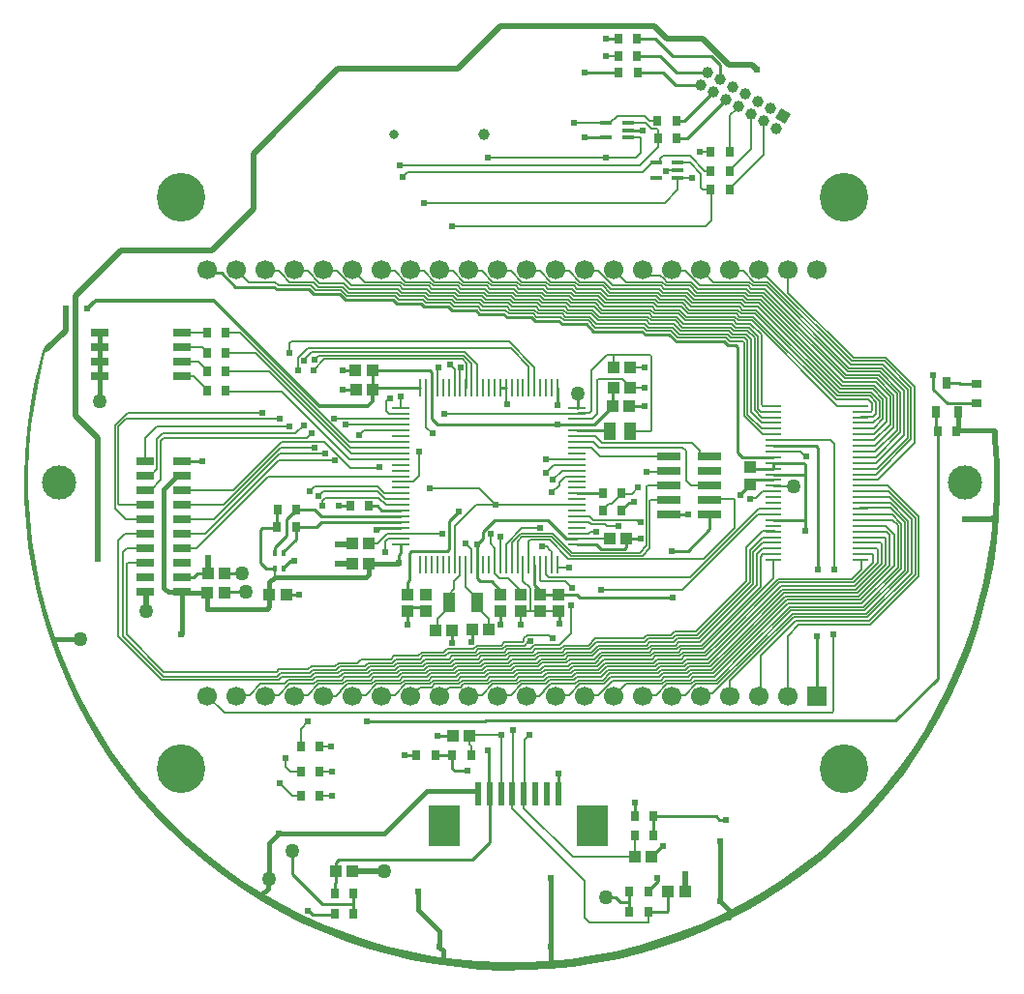
<source format=gtl>
G04*
G04 #@! TF.GenerationSoftware,Altium Limited,Altium Designer,21.4.1 (30)*
G04*
G04 Layer_Physical_Order=1*
G04 Layer_Color=255*
%FSLAX25Y25*%
%MOIN*%
G70*
G04*
G04 #@! TF.SameCoordinates,B09271E0-8F31-4E5C-9359-3BEE4DA1DD5E*
G04*
G04*
G04 #@! TF.FilePolarity,Positive*
G04*
G01*
G75*
%ADD18C,0.01000*%
%ADD19R,0.05906X0.02992*%
%ADD20R,0.02402X0.07874*%
%ADD21R,0.10551X0.14173*%
%ADD22R,0.08071X0.02992*%
%ADD23R,0.05510X0.01160*%
%ADD24R,0.02756X0.03543*%
%ADD25R,0.03937X0.03937*%
%ADD26R,0.03937X0.03937*%
%ADD27R,0.03937X0.07087*%
%ADD28R,0.06299X0.02913*%
%ADD29R,0.01102X0.05906*%
%ADD30R,0.05906X0.01102*%
%ADD31R,0.01181X0.01968*%
%ADD32R,0.03937X0.05906*%
%ADD33R,0.03150X0.03937*%
%ADD34R,0.03937X0.01378*%
%ADD35R,0.03543X0.02756*%
%ADD62C,0.01200*%
%ADD63C,0.02000*%
%ADD64C,0.01600*%
%ADD65C,0.00700*%
%ADD66C,0.00800*%
%ADD67C,0.00500*%
%ADD68C,0.01400*%
%ADD69C,0.03937*%
%ADD70C,0.03150*%
%ADD71C,0.06693*%
%ADD72R,0.06693X0.06693*%
%ADD73C,0.11811*%
%ADD74P,0.05568X4X195.0*%
%ADD75C,0.16732*%
%ADD76C,0.02400*%
%ADD77C,0.05000*%
G36*
X-160431Y46328D02*
X-161343Y42987D01*
X-163151Y35297D01*
X-164592Y27529D01*
X-165662Y19702D01*
X-166360Y11833D01*
X-166683Y3940D01*
X-166631Y-3960D01*
X-166205Y-11848D01*
X-165404Y-19707D01*
X-164231Y-27520D01*
X-162688Y-35268D01*
X-160780Y-42934D01*
X-158509Y-50500D01*
X-155882Y-57951D01*
X-152904Y-65268D01*
X-149582Y-72435D01*
X-145923Y-79437D01*
X-141937Y-86257D01*
X-137631Y-92880D01*
X-133015Y-99292D01*
X-128100Y-105477D01*
X-122897Y-111421D01*
X-117418Y-117112D01*
X-111675Y-122537D01*
X-105680Y-127682D01*
X-99449Y-132537D01*
X-92993Y-137091D01*
X-86329Y-141333D01*
X-79471Y-145254D01*
X-72434Y-148845D01*
X-65235Y-152098D01*
X-57889Y-155006D01*
X-50414Y-157561D01*
X-42826Y-159759D01*
X-35142Y-161594D01*
X-27380Y-163062D01*
X-19557Y-164160D01*
X-11690Y-164885D01*
X-3798Y-165236D01*
X4102Y-165212D01*
X11992Y-164813D01*
X19854Y-164039D01*
X27670Y-162894D01*
X35423Y-161378D01*
X43096Y-159496D01*
X50670Y-157252D01*
X58130Y-154651D01*
X65457Y-151699D01*
X72636Y-148402D01*
X79651Y-144768D01*
X86485Y-140805D01*
X93123Y-136522D01*
X99551Y-131929D01*
X105753Y-127036D01*
X111716Y-121854D01*
X117426Y-116395D01*
X122870Y-110670D01*
X128037Y-104694D01*
X132913Y-98479D01*
X137490Y-92040D01*
X141755Y-85391D01*
X145701Y-78546D01*
X149316Y-71522D01*
X152594Y-64334D01*
X155527Y-56999D01*
X158109Y-49533D01*
X160333Y-41953D01*
X162195Y-34275D01*
X163690Y-26518D01*
X164815Y-18699D01*
X165568Y-10835D01*
X165947Y-2944D01*
X165995Y1006D01*
X165995Y1006D01*
X165995Y1006D01*
X165971Y3043D01*
X165846Y7116D01*
X165621Y11184D01*
X165297Y15246D01*
X165097Y17273D01*
Y17273D01*
X165156Y17739D01*
X165190Y17853D01*
X165441Y18162D01*
X165791Y18352D01*
X166187Y18394D01*
X166569Y18281D01*
X166879Y18030D01*
X167069Y17680D01*
X167089Y17481D01*
X167086Y17479D01*
X167315Y15302D01*
X167657Y10937D01*
X167886Y6565D01*
X168001Y2189D01*
X168001Y-0D01*
X168001Y-0D01*
X168001Y-3985D01*
X167623Y-11946D01*
X166868Y-19879D01*
X165738Y-27768D01*
X164235Y-35594D01*
X162363Y-43341D01*
X160126Y-50990D01*
X157528Y-58524D01*
X154577Y-65926D01*
X151277Y-73181D01*
X147638Y-80271D01*
X143666Y-87180D01*
X139371Y-93893D01*
X134763Y-100395D01*
X129852Y-106671D01*
X124648Y-112708D01*
X119165Y-118491D01*
X113413Y-124007D01*
X107407Y-129244D01*
X101158Y-134191D01*
X94683Y-138836D01*
X87994Y-143169D01*
X81107Y-147180D01*
X74038Y-150860D01*
X66803Y-154200D01*
X59417Y-157194D01*
X51898Y-159834D01*
X44262Y-162115D01*
X36526Y-164031D01*
X28708Y-165578D01*
X20826Y-166753D01*
X12897Y-167553D01*
X4939Y-167976D01*
X-3031Y-168022D01*
X-10993Y-167689D01*
X-18931Y-166979D01*
X-26826Y-165894D01*
X-34661Y-164436D01*
X-42418Y-162607D01*
X-50079Y-160414D01*
X-57628Y-157859D01*
X-65047Y-154949D01*
X-72320Y-151691D01*
X-79431Y-148092D01*
X-86362Y-144160D01*
X-93100Y-139903D01*
X-99628Y-135332D01*
X-105932Y-130456D01*
X-111998Y-125288D01*
X-117812Y-119837D01*
X-123361Y-114117D01*
X-128632Y-108140D01*
X-133614Y-101920D01*
X-138296Y-95471D01*
X-142667Y-88807D01*
X-146717Y-81943D01*
X-150437Y-74895D01*
X-153818Y-67679D01*
X-156854Y-60310D01*
X-159537Y-52806D01*
X-161861Y-45183D01*
X-163821Y-37458D01*
X-165413Y-29649D01*
X-166632Y-21774D01*
X-167477Y-13849D01*
X-167945Y-5894D01*
X-168036Y2075D01*
X-167749Y10039D01*
X-167084Y17981D01*
X-166044Y25882D01*
X-164630Y33725D01*
X-162846Y41492D01*
X-161771Y45329D01*
X-161773Y45622D01*
X-161552Y46165D01*
X-161137Y46579D01*
X-160848Y46697D01*
X-160431Y46328D01*
D02*
G37*
D18*
X68500Y147300D02*
X71680Y144120D01*
X42084Y153200D02*
X49300D01*
X18654Y-19354D02*
X22365D01*
X12197Y-12897D02*
X18654Y-19354D01*
X-68921Y-148700D02*
X-61385D01*
X-70600Y-147400D02*
X-70221D01*
X-68921Y-148700D01*
X-61385D02*
X-61256Y-148571D01*
X-12480Y-106300D02*
X-11780Y-107001D01*
Y-107202D02*
Y-107001D01*
X-34914Y-23500D02*
X-22465D01*
X-21880Y-22914D01*
Y-13280D01*
X-35500Y-24086D02*
X-34914Y-23500D01*
X-35500Y-33386D02*
Y-24086D01*
X-36200Y-34086D02*
X-35500Y-33386D01*
X-36200Y-38425D02*
Y-34086D01*
X-75700Y-134914D02*
X-65514Y-145100D01*
X-75700Y-134914D02*
Y-126700D01*
X78500Y-3862D02*
X81962Y-400D01*
X81962D01*
X78500Y-4100D02*
Y-3862D01*
X81962Y-400D02*
X83347Y984D01*
X16350Y-47300D02*
Y-44150D01*
X39306Y-22214D02*
Y-19300D01*
X28922Y-21322D02*
X30400Y-22800D01*
X38721D02*
X39306Y-22214D01*
X30400Y-22800D02*
X38721D01*
X22365Y-21322D02*
X28922D01*
X54012Y-11000D02*
X60400D01*
X44900Y121500D02*
X45000Y121400D01*
X39840Y121600D02*
X39940Y121500D01*
X44900D01*
X32200Y153200D02*
X36531D01*
X73332Y-116032D02*
X73600Y-116300D01*
X48618Y-121406D02*
Y-115000D01*
X42106D02*
Y-110300D01*
X70300Y-115000D02*
X71332Y-116032D01*
X48618Y-115000D02*
X70300D01*
X71332Y-116032D02*
X73332D01*
X47831Y-129019D02*
X51538Y-125312D01*
X52012D01*
X15800Y-100800D02*
Y-100200D01*
X15780Y-107202D02*
Y-100820D01*
X15800Y-100800D01*
X-37218Y-93900D02*
X-32956D01*
X-8095Y-106950D02*
X-7843Y-107202D01*
X-8095Y-106950D02*
Y-92380D01*
X-8347Y-92128D02*
X-8095Y-92380D01*
X-7843Y-123843D02*
Y-107202D01*
X131968Y-81832D02*
X146433Y-67367D01*
X-9409Y-82100D02*
X-9141Y-81832D01*
X-50200Y-82100D02*
X-9409D01*
X-9141Y-81832D02*
X131968D01*
X50028Y-136189D02*
X50185Y-136346D01*
Y-137317D02*
Y-136346D01*
X46895Y-140606D02*
X50185Y-137317D01*
X46895Y-141000D02*
Y-140606D01*
X-78725Y-29162D02*
X-76363Y-26800D01*
X-78725Y-29556D02*
Y-29162D01*
X-76363Y-26800D02*
X-75091D01*
X-77938Y-38500D02*
X-73300D01*
X40367Y26502D02*
X40378Y26514D01*
X45705D01*
X34631Y32712D02*
X34819Y32900D01*
X34631Y26514D02*
Y32712D01*
X22365Y20017D02*
X28134D01*
X34631Y26514D01*
X-86021Y-15550D02*
X-80912D01*
X22416Y25973D02*
Y30931D01*
X22365Y25922D02*
X22416Y25973D01*
X15583Y20017D02*
X22365D01*
X146433Y-67367D02*
Y17841D01*
X-6172Y-12897D02*
X12197D01*
X-10136Y-19120D02*
Y-16860D01*
X-6172Y-12897D01*
X-12079Y-21064D02*
X-10136Y-19120D01*
X-81056Y-15300D02*
Y-9244D01*
X-80912Y-9100D01*
X-86607Y-27595D02*
Y-16135D01*
X-86021Y-15550D01*
X-84825Y-29377D02*
X-81965D01*
X-86607Y-27595D02*
X-84825Y-29377D01*
X-81875Y-29556D02*
Y-29468D01*
X-81965Y-29377D02*
X-81875Y-29468D01*
X-27785Y21985D02*
Y32765D01*
X-25817Y20017D02*
X15417D01*
X-27785Y21985D02*
X-25817Y20017D01*
X15417D02*
X15500Y20100D01*
X53135Y-148000D02*
X53720Y-147414D01*
X46895Y-148000D02*
X53135D01*
X53720Y-147414D02*
Y-141000D01*
X15500Y20100D02*
X15583Y20017D01*
X15500Y26900D02*
X15522Y26922D01*
Y32765D01*
X-48138Y32200D02*
X-47573Y32765D01*
X-48238Y32300D02*
Y38800D01*
X101047Y-16600D02*
Y-12795D01*
X90039D02*
X101047D01*
Y6304D01*
X105000Y-73425D02*
Y-52700D01*
X90080Y12754D02*
X104514D01*
X105100Y-30000D02*
Y12169D01*
X104514Y12754D02*
X105100Y12169D01*
X83347Y984D02*
X90039D01*
X39306Y-19300D02*
X44393D01*
X-54744Y-145100D02*
Y-141571D01*
X-65514Y-145100D02*
X-54744D01*
Y-148571D02*
Y-145100D01*
X32382Y-142772D02*
X35670D01*
X37297Y-144399D02*
X40384D01*
X35670Y-142772D02*
X37297Y-144399D01*
X40384Y-147828D02*
Y-144399D01*
Y-141000D01*
X-26444Y-93900D02*
X-21912D01*
X-20712D01*
Y-95100D02*
Y-94778D01*
X-21912Y-93900D02*
X-21590D01*
X-20712Y-94778D01*
Y-95100D02*
Y-93900D01*
X-19884Y-99328D02*
X-15594D01*
X-20712Y-98500D02*
X-19884Y-99328D01*
X-20712Y-98500D02*
Y-95100D01*
X-13900Y-129900D02*
X-7843Y-123843D01*
X-60862Y-130900D02*
X-59862Y-129900D01*
X-60862Y-137662D02*
Y-134000D01*
X-59862Y-129900D02*
X-13900D01*
X-60862Y-134000D02*
Y-130900D01*
X-126299Y-37500D02*
X-126000Y-37799D01*
X90039Y6890D02*
X100461D01*
X101047Y6304D01*
X90039Y2953D02*
X101047D01*
X67988Y-16012D02*
Y-11000D01*
X60600Y-23400D02*
X67988Y-16012D01*
X55000Y-23400D02*
X60600D01*
X37700Y-9600D02*
Y-9206D01*
X40138Y-6768D02*
X41732D01*
X42000Y-6500D01*
X37700Y-9206D02*
X40138Y-6768D01*
X9600Y-38425D02*
X22365D01*
X23339Y-39400D01*
X55100D01*
X90039Y4921D02*
Y6890D01*
X-25900Y-87200D02*
X-20424D01*
X90039Y12795D02*
X90080Y12754D01*
X24866Y141500D02*
X36622D01*
X49300Y153200D02*
X55200Y147300D01*
X50765D02*
X56565Y141500D01*
X43331Y147300D02*
X50765D01*
X51892Y141500D02*
X56222Y137170D01*
X43887Y141500D02*
X51892D01*
X55200Y147300D02*
X68500D01*
X71680Y139000D02*
Y144120D01*
X-97845Y-37600D02*
X-91700D01*
X-99201Y-38956D02*
X-97845Y-37600D01*
X-39200Y-27600D02*
Y-24910D01*
X-38565Y-24275D01*
X-12079Y-21064D02*
X-12037Y-21105D01*
Y-28165D02*
Y-21105D01*
X-21880Y-13280D02*
X-18500Y-9900D01*
X-38565Y-24275D02*
Y-21322D01*
X-99202Y-31043D02*
X-98976Y-31269D01*
X-93001D01*
X-81875Y-24044D02*
Y-22175D01*
X-78725Y-24044D02*
Y-23650D01*
X-74544Y-19469D02*
X-74544D01*
X-78725Y-23650D02*
X-74544Y-19469D01*
X-4163Y32765D02*
X-2194D01*
X-13862Y-49400D02*
X-13800Y-49462D01*
X-20800Y-53800D02*
Y-49662D01*
X-20638Y-49500D01*
X-13800Y-53800D02*
Y-49462D01*
X-4000Y-47550D02*
X-3950Y-47600D01*
X-4000Y-47550D02*
Y-42862D01*
X-11000Y-33900D02*
X-7238D01*
X-4000Y-37138D01*
X-12037Y-32863D02*
X-11000Y-33900D01*
X-12037Y-32863D02*
Y-28165D01*
X-47573Y32765D02*
X-31722D01*
X-48238Y32300D02*
X-48138Y32200D01*
X-48238Y38800D02*
X-28371D01*
X40384Y-148000D02*
Y-147828D01*
X-61256Y-138056D02*
X-60862Y-137662D01*
X-61256Y-141571D02*
Y-138056D01*
X7648Y-35186D02*
X9600Y-37138D01*
X7648Y-35186D02*
Y-28165D01*
X-58297Y32149D02*
X-53914D01*
X-53862Y32200D01*
X-108400Y-31112D02*
X-104994D01*
X-109788Y-32500D02*
X-108400Y-31112D01*
X-113701Y-32500D02*
X-109788D01*
X-113701Y7500D02*
X-106800D01*
X79342Y8858D02*
X90039D01*
X77640Y10560D02*
Y46893D01*
Y10560D02*
X79342Y8858D01*
X45744Y51079D02*
X54047D01*
X6532Y57079D02*
X7732Y55879D01*
X-31480Y61879D02*
X-30280Y60679D01*
X-68414Y65004D02*
X-59514D01*
X-82021Y67600D02*
X-81100Y66679D01*
X44544Y52279D02*
X45744Y51079D01*
X-11274Y58279D02*
X-2971D01*
X77054Y47479D02*
X77640Y46893D01*
X27938Y52279D02*
X44544D01*
X16035Y55879D02*
X17235Y54679D01*
X-21977Y60679D02*
X-20777Y59479D01*
X-100154Y72432D02*
X-95322Y67600D01*
X-12474Y59479D02*
X-11274Y58279D01*
X-30280Y60679D02*
X-21977D01*
X-39783Y61879D02*
X-31480D01*
X-105000Y73425D02*
X-104007Y72432D01*
X56447Y48679D02*
X73053D01*
X25538Y54679D02*
X27938Y52279D01*
X-1771Y57079D02*
X6532D01*
X-57589Y63079D02*
X-40983D01*
X-81100Y66679D02*
X-70088D01*
X74253Y47479D02*
X77054D01*
X17235Y54679D02*
X25538D01*
X7732Y55879D02*
X16035D01*
X-40983Y63079D02*
X-39783Y61879D01*
X-95322Y67600D02*
X-82021D01*
X-104007Y72432D02*
X-100154D01*
X73053Y48679D02*
X74253Y47479D01*
X54047Y51079D02*
X56447Y48679D01*
X-2971Y58279D02*
X-1771Y57079D01*
X-20777Y59479D02*
X-12474D01*
X-59514Y65004D02*
X-57589Y63079D01*
X-70088Y66679D02*
X-68414Y65004D01*
X145850Y18424D02*
X146433Y17841D01*
X-45438Y-15417D02*
X-38565D01*
X-46700Y-16300D02*
X-46321D01*
X-45438Y-15417D01*
X-55562Y-21071D02*
X-55262Y-20771D01*
X24930Y119070D02*
X32330D01*
X24900Y119100D02*
X24930Y119070D01*
X32330D02*
X32360Y119041D01*
X-36200Y-47600D02*
Y-42862D01*
X-27785Y32765D02*
Y38214D01*
X-28371Y38800D02*
X-27785Y38214D01*
X56565Y141500D02*
X67349D01*
X56222Y137170D02*
X64849D01*
X60210Y118870D02*
X73510Y132170D01*
X56616Y118870D02*
X60210D01*
X59380Y124870D02*
X69180Y134670D01*
X56516Y124870D02*
X59380D01*
X145850Y18424D02*
Y24573D01*
X154323Y34097D02*
X160000D01*
X154004Y34416D02*
X154323Y34097D01*
X149689Y34416D02*
X154004D01*
X145055Y32271D02*
Y37200D01*
Y32271D02*
X149741Y27585D01*
X160000D01*
X-59900Y-7900D02*
X-55856D01*
X-65720Y-11480D02*
X-38565D01*
X-68100Y-9100D02*
X-65720Y-11480D01*
X-74400Y-9100D02*
X-68100D01*
X-74544Y-15300D02*
X-67500D01*
X-65648Y-13448D02*
X-38565D01*
X-67500Y-15300D02*
X-65648Y-13448D01*
X-77800Y-18100D02*
Y-12500D01*
X-81875Y-22175D02*
X-77800Y-18100D01*
Y-12500D02*
X-75672Y-10372D01*
X-74400Y-9494D02*
Y-9100D01*
X-75278Y-10372D02*
X-74400Y-9494D01*
X-75672Y-10372D02*
X-75278D01*
X44900Y73500D02*
X45300Y73100D01*
X45500D01*
X44900Y73500D02*
X44925D01*
X45000Y73425D01*
X31188Y-3600D02*
X31300D01*
X22370D02*
X31188D01*
X22365Y-3606D02*
X22370Y-3600D01*
X22365Y18048D02*
X33309D01*
X33457Y17900D01*
X82000Y5300D02*
X82379Y4921D01*
X90039D01*
X-53977Y38785D02*
X-53962Y38800D01*
X-58432Y38785D02*
X-53977D01*
X-100638Y-31269D02*
X-100481Y-31112D01*
X-77938Y-38500D02*
X-77800Y-38362D01*
X-74544Y-19469D02*
Y-15300D01*
X-46600Y-7900D02*
X-44989Y-9511D01*
X-38565D01*
X-49344Y-7900D02*
X-46600D01*
X-36200Y-42862D02*
X-29800D01*
D19*
X-113878Y36874D02*
D03*
Y41874D02*
D03*
Y46874D02*
D03*
Y51874D02*
D03*
X-142027D02*
D03*
Y46874D02*
D03*
Y41874D02*
D03*
Y36874D02*
D03*
D20*
X-11780Y-107202D02*
D03*
X-7843D02*
D03*
X-3906D02*
D03*
X32D02*
D03*
X3969D02*
D03*
X7906D02*
D03*
X11843D02*
D03*
X15780D02*
D03*
D21*
X-23551Y-118225D02*
D03*
X27551D02*
D03*
D22*
X54012Y4000D02*
D03*
Y-11000D02*
D03*
X67988D02*
D03*
X54012Y-6000D02*
D03*
X67988D02*
D03*
X54012Y-1000D02*
D03*
X67988D02*
D03*
Y4000D02*
D03*
X54012Y9000D02*
D03*
X67988D02*
D03*
D23*
X90039Y26575D02*
D03*
Y24606D02*
D03*
Y22638D02*
D03*
Y20669D02*
D03*
Y18701D02*
D03*
Y16732D02*
D03*
Y14764D02*
D03*
Y12795D02*
D03*
Y10827D02*
D03*
Y8858D02*
D03*
Y6890D02*
D03*
Y4921D02*
D03*
Y2953D02*
D03*
Y984D02*
D03*
Y-984D02*
D03*
Y-2953D02*
D03*
Y-4921D02*
D03*
Y-6890D02*
D03*
Y-8858D02*
D03*
Y-10827D02*
D03*
Y-12795D02*
D03*
Y-14764D02*
D03*
Y-16732D02*
D03*
Y-18701D02*
D03*
Y-20669D02*
D03*
Y-22638D02*
D03*
Y-24606D02*
D03*
Y-26575D02*
D03*
X119961Y26575D02*
D03*
Y24606D02*
D03*
Y22638D02*
D03*
Y20669D02*
D03*
Y18701D02*
D03*
Y16732D02*
D03*
Y14764D02*
D03*
Y12795D02*
D03*
Y10827D02*
D03*
Y8858D02*
D03*
Y6890D02*
D03*
Y4921D02*
D03*
Y2953D02*
D03*
Y984D02*
D03*
Y-984D02*
D03*
Y-2953D02*
D03*
Y-4921D02*
D03*
Y-6890D02*
D03*
Y-8858D02*
D03*
Y-10827D02*
D03*
Y-12795D02*
D03*
Y-14764D02*
D03*
Y-16732D02*
D03*
Y-18701D02*
D03*
Y-20669D02*
D03*
Y-22638D02*
D03*
Y-24606D02*
D03*
Y-26575D02*
D03*
D24*
X43134Y141500D02*
D03*
X36622D02*
D03*
X43043Y147300D02*
D03*
X36532D02*
D03*
X36531Y153200D02*
D03*
X43043D02*
D03*
X42106Y-115000D02*
D03*
X48618D02*
D03*
Y-121406D02*
D03*
X42106D02*
D03*
X-61256Y-148571D02*
D03*
X-54744D02*
D03*
Y-141571D02*
D03*
X-61256D02*
D03*
X-32956Y-93900D02*
D03*
X-26444D02*
D03*
X-20712D02*
D03*
X-14200D02*
D03*
X46895Y-141000D02*
D03*
X40384D02*
D03*
Y-148000D02*
D03*
X46895D02*
D03*
X37700Y-9600D02*
D03*
X31188D02*
D03*
X37700Y-3600D02*
D03*
X31188D02*
D03*
X-74544Y-15300D02*
D03*
X-81056D02*
D03*
X-55856Y-7900D02*
D03*
X-49344D02*
D03*
X-80912Y-9100D02*
D03*
X-74400D02*
D03*
X-66407Y-107961D02*
D03*
X-72919D02*
D03*
X-66400Y-99528D02*
D03*
X-72912D02*
D03*
X-66400Y-91000D02*
D03*
X-72912D02*
D03*
X-105141Y51874D02*
D03*
X-98629D02*
D03*
X-105141Y44864D02*
D03*
X-98629D02*
D03*
Y38370D02*
D03*
X-105141D02*
D03*
Y31953D02*
D03*
X-98629D02*
D03*
X146433Y17841D02*
D03*
X152945D02*
D03*
X50004Y124870D02*
D03*
X56516D02*
D03*
X50104Y118870D02*
D03*
X56616D02*
D03*
X68352Y114020D02*
D03*
X74864D02*
D03*
X68352Y101020D02*
D03*
X74864D02*
D03*
X68352Y107582D02*
D03*
X74864D02*
D03*
D25*
X9600Y-38425D02*
D03*
Y-44150D02*
D03*
X16000Y-38425D02*
D03*
Y-44150D02*
D03*
X3000Y-38425D02*
D03*
Y-44150D02*
D03*
X-36200D02*
D03*
Y-38425D02*
D03*
X-29800Y-44150D02*
D03*
Y-38425D02*
D03*
X-4000Y-44150D02*
D03*
Y-38425D02*
D03*
X82000Y5362D02*
D03*
Y-362D02*
D03*
D26*
X-20638Y-50787D02*
D03*
X-26362D02*
D03*
X-13862Y-50687D02*
D03*
X-8138D02*
D03*
X-55262Y-20771D02*
D03*
X-49538D02*
D03*
X47831Y-129019D02*
D03*
X42106D02*
D03*
X-60862Y-134000D02*
D03*
X-55138D02*
D03*
X-14700Y-87200D02*
D03*
X-20424D02*
D03*
X53720Y-141000D02*
D03*
X59445D02*
D03*
X-104962Y-37700D02*
D03*
X-99238D02*
D03*
X-77938Y-38500D02*
D03*
X-83662D02*
D03*
X-55262Y-28000D02*
D03*
X33582Y-19300D02*
D03*
X39306D02*
D03*
X34819Y39700D02*
D03*
X40543D02*
D03*
X34631Y26514D02*
D03*
X40355D02*
D03*
X-48238Y38800D02*
D03*
X-53962D02*
D03*
X-48138Y32200D02*
D03*
X-53862D02*
D03*
X-49538Y-28000D02*
D03*
X34819Y32900D02*
D03*
X40543D02*
D03*
X-99202Y-31043D02*
D03*
X-104926D02*
D03*
D27*
X-12079Y-41300D02*
D03*
X-21921D02*
D03*
D28*
X-126299Y-37500D02*
D03*
X-113701D02*
D03*
X-126299Y-32500D02*
D03*
X-113701D02*
D03*
X-126299Y-27500D02*
D03*
X-113701D02*
D03*
X-126299Y-22500D02*
D03*
X-113701D02*
D03*
X-126299Y-17500D02*
D03*
X-113701D02*
D03*
X-126299Y-12500D02*
D03*
X-113701D02*
D03*
X-126299Y-7500D02*
D03*
X-113701D02*
D03*
X-126299Y-2500D02*
D03*
X-113701D02*
D03*
X-126299Y2500D02*
D03*
X-113701D02*
D03*
X-126299Y7500D02*
D03*
X-113701D02*
D03*
D29*
X-31722Y-28165D02*
D03*
X-29754D02*
D03*
X-27785D02*
D03*
X-25817D02*
D03*
X-23848D02*
D03*
X-21880D02*
D03*
X-19911D02*
D03*
X-17943D02*
D03*
X-15974D02*
D03*
X-14006D02*
D03*
X-12037D02*
D03*
X-10068D02*
D03*
X-8100D02*
D03*
X-6131D02*
D03*
X-4163D02*
D03*
X-2194D02*
D03*
X-226D02*
D03*
X1743D02*
D03*
X3711D02*
D03*
X5680D02*
D03*
X7648D02*
D03*
X9617D02*
D03*
X11585D02*
D03*
X13554D02*
D03*
X15522Y32765D02*
D03*
X13554D02*
D03*
X11585D02*
D03*
X9617D02*
D03*
X7648D02*
D03*
X5680D02*
D03*
X3711D02*
D03*
X1743D02*
D03*
X-226D02*
D03*
X-2194D02*
D03*
X-4163D02*
D03*
X-6131D02*
D03*
X-8100D02*
D03*
X-10068D02*
D03*
X-12037D02*
D03*
X-14006D02*
D03*
X-15974D02*
D03*
X-17943D02*
D03*
X-19911D02*
D03*
X-21880D02*
D03*
X-23848D02*
D03*
X-25817D02*
D03*
X-27785D02*
D03*
X-29754D02*
D03*
X-31722D02*
D03*
X15522Y-28165D02*
D03*
D30*
X22365Y-21322D02*
D03*
Y-19354D02*
D03*
Y-17385D02*
D03*
Y-15417D02*
D03*
Y-13448D02*
D03*
Y-11480D02*
D03*
Y-9511D02*
D03*
Y-7543D02*
D03*
Y-5574D02*
D03*
Y-3606D02*
D03*
Y-1637D02*
D03*
Y332D02*
D03*
Y2300D02*
D03*
Y4269D02*
D03*
Y6237D02*
D03*
Y8206D02*
D03*
Y10174D02*
D03*
Y12143D02*
D03*
Y14111D02*
D03*
Y16080D02*
D03*
Y18048D02*
D03*
Y20017D02*
D03*
Y21985D02*
D03*
Y23954D02*
D03*
Y25922D02*
D03*
X-38565D02*
D03*
Y23954D02*
D03*
Y21985D02*
D03*
Y20017D02*
D03*
Y18048D02*
D03*
Y16080D02*
D03*
Y14111D02*
D03*
Y12143D02*
D03*
Y10174D02*
D03*
Y8206D02*
D03*
Y6237D02*
D03*
Y4269D02*
D03*
Y2300D02*
D03*
Y332D02*
D03*
Y-1637D02*
D03*
Y-3606D02*
D03*
Y-5574D02*
D03*
Y-7543D02*
D03*
Y-9511D02*
D03*
Y-11480D02*
D03*
Y-13448D02*
D03*
Y-15417D02*
D03*
Y-17385D02*
D03*
Y-19354D02*
D03*
Y-21322D02*
D03*
D31*
X-78725Y-29556D02*
D03*
X-81875D02*
D03*
Y-24044D02*
D03*
X-78725D02*
D03*
D32*
X40543Y17900D02*
D03*
X33457D02*
D03*
D33*
X149689Y34416D02*
D03*
X145850Y24573D02*
D03*
X153528D02*
D03*
D34*
X39840Y119041D02*
D03*
Y121600D02*
D03*
Y124159D02*
D03*
X32360D02*
D03*
Y119041D02*
D03*
X57000Y105220D02*
D03*
Y107779D02*
D03*
Y110338D02*
D03*
X49520D02*
D03*
Y105220D02*
D03*
D35*
X160000Y34097D02*
D03*
Y27585D02*
D03*
D62*
X-146400Y60100D02*
X-143600Y62900D01*
X-102700D01*
X-66273Y26473D01*
X-49865D01*
X-48138Y28200D02*
Y32200D01*
X-49865Y26473D02*
X-48138Y28200D01*
D63*
X-150500Y23152D02*
Y64500D01*
X-134900Y80100D02*
X-103600D01*
X-150500Y64500D02*
X-134900Y80100D01*
X-55138Y-134000D02*
X-44100D01*
X-153900Y52558D02*
Y60200D01*
X-160408Y46051D02*
X-153900Y52558D01*
X-150500Y23152D02*
X-142900Y15552D01*
X165397Y-12544D02*
X165995Y-11946D01*
X156000Y-12544D02*
X165397D01*
X59445Y-141000D02*
X59472Y-140972D01*
Y-135028D02*
X59500Y-135000D01*
X59472Y-140972D02*
Y-135028D01*
X-126000Y-44264D02*
Y-37799D01*
X-89200Y94500D02*
Y113500D01*
X-60000Y142700D02*
X-18900D01*
X-89200Y113500D02*
X-60000Y142700D01*
X-103600Y80100D02*
X-89200Y94500D01*
X48800Y157500D02*
X53100Y153200D01*
X-4100Y157500D02*
X48800D01*
X-18900Y142700D02*
X-4100Y157500D01*
X-142900Y-26300D02*
Y15552D01*
X65600Y153200D02*
X74680Y144120D01*
X82524D02*
X84161Y142484D01*
X74680Y144120D02*
X82524D01*
X-104863Y-30980D02*
Y-26063D01*
X53100Y153200D02*
X65600D01*
X-60200Y-28000D02*
X-55600D01*
X-55462Y-28138D01*
X-60100Y-21071D02*
X-55562D01*
D64*
X-44038Y-121019D02*
X-29319Y-106300D01*
X-23400D01*
X-12480D01*
X-83728Y-124148D02*
X-80600Y-121019D01*
X-44038D01*
X-83662Y-38500D02*
Y-34287D01*
Y-42663D02*
Y-38500D01*
Y-34287D02*
X-81875Y-32500D01*
X-50475D01*
X-49538Y-31563D02*
Y-28000D01*
X-50475Y-32500D02*
X-49538Y-31563D01*
X33548Y-19334D02*
X33582Y-19300D01*
X-25000Y-160008D02*
Y-154600D01*
X-32382Y-147218D02*
Y-140800D01*
Y-147218D02*
X-25000Y-154600D01*
Y-160131D02*
Y-160008D01*
Y-160131D02*
X-23785Y-161345D01*
Y-165218D02*
Y-161345D01*
X-83728Y-136362D02*
Y-124148D01*
X-84103Y-136737D02*
X-83728Y-136362D01*
X-84103Y-139717D02*
Y-136737D01*
X-86700Y-142314D02*
X-84103Y-139717D01*
X153339Y18235D02*
X153523Y18419D01*
X166187Y15085D02*
Y17818D01*
X165771Y18235D02*
X166187Y17818D01*
X153339Y18235D02*
X165771D01*
X153523Y19746D02*
X153528Y19750D01*
X153523Y18419D02*
Y19746D01*
X153528Y19750D02*
Y24573D01*
X152945Y17841D02*
X153339Y18235D01*
X13189Y-159811D02*
Y-136335D01*
Y-165866D02*
Y-159811D01*
X-158108Y-53700D02*
X-148700D01*
X-113996Y-52094D02*
X-113701Y-51798D01*
X-113996Y-52310D02*
Y-52094D01*
X-113701Y-51798D02*
Y-37500D01*
X71400Y-144100D02*
X74400Y-147100D01*
Y-149700D02*
Y-147100D01*
X71400Y-144100D02*
Y-123400D01*
X-113501Y-37700D02*
X-104962D01*
Y-43600D02*
X-84600D01*
X-104962D02*
Y-37700D01*
X-84600Y-43600D02*
X-83662Y-42663D01*
X-142014Y36860D02*
X-142000Y36874D01*
X-142014Y28014D02*
X-142000Y28000D01*
X-142014Y28014D02*
Y36860D01*
X-142027Y36901D02*
X-142000Y36874D01*
X-142091Y41937D02*
X-142027Y41874D01*
Y36874D02*
Y41874D01*
X-113701Y-37500D02*
X-113501Y-37700D01*
X-118543Y-37500D02*
X-113701D01*
X-49538Y-28000D02*
X-39502D01*
X-120000Y-36043D02*
X-118543Y-37500D01*
X-120000Y-2106D02*
X-115394Y2500D01*
X-120000Y-36043D02*
Y-2106D01*
X-115394Y2500D02*
X-113701D01*
X-142091Y41937D02*
X-142027Y42000D01*
Y46874D02*
Y51874D01*
Y42000D02*
Y46874D01*
D65*
X-34268Y332D02*
X-32000Y2600D01*
X-38565Y332D02*
X-34268D01*
X-32000Y2600D02*
Y10800D01*
X-46571Y-20771D02*
X-43207Y-17407D01*
X-49071Y-20771D02*
X-46571D01*
X-43207Y-17407D02*
X-38587D01*
X-49400Y-21100D02*
X-49071Y-20771D01*
X-11700Y-41300D02*
Y-40104D01*
X-8100Y-50900D02*
Y-46854D01*
X-12079Y-42875D02*
Y-41300D01*
Y-42875D02*
X-8100Y-46854D01*
X-15974Y-35830D02*
Y-28165D01*
Y-35830D02*
X-11700Y-40104D01*
X-17943Y-31890D02*
Y-28165D01*
X-19953Y-33900D02*
X-17943Y-31890D01*
X-80200Y-103500D02*
X-75739Y-107961D01*
X-75639D02*
X-72919D01*
X-75700Y-107900D02*
X-75639Y-107961D01*
X-78200Y-97700D02*
Y-94700D01*
X-76372Y-99528D02*
X-72912D01*
X-78200Y-97700D02*
X-76372Y-99528D01*
X16113Y-887D02*
Y213D01*
X18200Y2300D01*
X13700Y-3300D02*
X16113Y-887D01*
X32701Y-15000D02*
X36400D01*
X32012Y-14311D02*
X32701Y-15000D01*
X-5300Y-7543D02*
X22365D01*
X-12588D02*
X-5800D01*
X-6355Y-6945D02*
X-5345D01*
X-55800Y5300D02*
X-45800D01*
X-5345Y-6945D02*
X-5300Y-6900D01*
X-28300Y-2000D02*
X-11300D01*
X-6355Y-6945D01*
X-45800Y5300D02*
X-45700Y5400D01*
X-56105Y8206D02*
X-38565D01*
X-79458Y31559D02*
X-56105Y8206D01*
X-84000Y2300D02*
X-38565D01*
X-108800Y-22500D02*
X-84000Y2300D01*
X-80546Y7754D02*
X-61153D01*
X-105800Y-17500D02*
X-80546Y7754D01*
X-64774Y14274D02*
X-55800Y5300D01*
X-79423Y14274D02*
X-64774D01*
X-64382Y10174D02*
X-64300Y10256D01*
X-80129Y10174D02*
X-64382D01*
X-96197Y-2500D02*
X-79423Y14274D01*
X-113701Y-2500D02*
X-96197D01*
X-98629Y44864D02*
X-88460D01*
X-98629Y38370D02*
X-83663D01*
X-98629Y51874D02*
X-93773D01*
X-55467Y10174D02*
X-38674D01*
X-88460Y44864D02*
X-55739Y12143D01*
X-56010Y14111D02*
X-37351D01*
X-98235Y31559D02*
X-79458D01*
X-93773Y51874D02*
X-56010Y14111D01*
X-55739Y12143D02*
X-38565D01*
X-37351Y14111D02*
X-37240Y14000D01*
X-83663Y38370D02*
X-55467Y10174D01*
X-102803Y-12500D02*
X-80129Y10174D01*
X-79776Y12224D02*
X-67986D01*
X-99500Y-7500D02*
X-79776Y12224D01*
X-113701Y-12500D02*
X-102803D01*
X-113701Y-7500D02*
X-99500D01*
X-113701Y-17500D02*
X-105800D01*
X-113701Y-22500D02*
X-108800D01*
X-72912Y-84812D02*
X-70400Y-82300D01*
X-72912Y-91000D02*
Y-84812D01*
X12846Y-19647D02*
X19350Y-26150D01*
X65963D01*
X76600Y-15513D01*
X37700Y-3994D02*
Y-3600D01*
X37900Y-3700D02*
X41100D01*
X43200Y-1600D01*
X34377Y-7317D02*
X37700Y-3994D01*
X33078Y-7317D02*
X34377D01*
X53089Y107689D02*
X56911D01*
X53000Y107600D02*
X53089Y107689D01*
X56911D02*
X57000Y107779D01*
X45841Y124159D02*
X47929Y122071D01*
X50104Y118870D02*
Y121661D01*
X47929Y122071D02*
X49694D01*
X50104Y115891D02*
Y118870D01*
X39840Y124159D02*
X45841D01*
X47234Y124870D02*
X50004D01*
X45462Y126642D02*
X47234Y124870D01*
X49694Y122071D02*
X50104Y121661D01*
X36122Y126642D02*
X45462D01*
X-14700Y-90051D02*
X-14200Y-90551D01*
X-14700Y-90051D02*
Y-87200D01*
X-14200Y-93900D02*
Y-90551D01*
X-14500Y-87000D02*
X-3906D01*
X-14700Y-87200D02*
X-14500Y-87000D01*
X-3906Y-107202D02*
Y-87000D01*
X34819Y44000D02*
X47590D01*
X32461D02*
X34819D01*
Y39700D02*
Y44000D01*
X37731Y35712D02*
Y35951D01*
Y35712D02*
X40543Y32900D01*
X47590Y44000D02*
X48000Y43590D01*
Y18310D02*
Y43590D01*
X47590Y17900D02*
X48000Y18310D01*
X40543Y17900D02*
X47590D01*
X27307Y24835D02*
Y38846D01*
X32461Y44000D01*
X40543Y39700D02*
X45600D01*
X40543Y32900D02*
X45705D01*
X29291Y23860D02*
Y35541D01*
X27416Y21985D02*
X29291Y23860D01*
Y35541D02*
X29702Y35951D01*
X22365Y21985D02*
X27416D01*
X-23297Y23954D02*
X22365D01*
X26477Y24005D02*
X27307Y24835D01*
X22365Y23954D02*
X22416Y24005D01*
X26477D01*
X29702Y35951D02*
X37731D01*
X-73875Y38825D02*
Y43128D01*
X-73900Y38800D02*
X-73875Y38825D01*
X120379Y-41500D02*
X132750Y-29129D01*
X122865Y-47500D02*
X138750Y-31615D01*
X128461Y-14764D02*
X131550Y-17853D01*
X119882Y-40300D02*
X131550Y-28632D01*
X137550Y-31118D02*
Y-12544D01*
X136350Y-30620D02*
Y-13041D01*
X133950Y-29626D02*
Y-14035D01*
X131550Y-28632D02*
Y-17853D01*
X132750Y-29129D02*
Y-14532D01*
X130212Y-8600D02*
X135150Y-13538D01*
X138750Y-31615D02*
Y-12047D01*
X139950Y-32112D02*
Y-11550D01*
X135150Y-30123D02*
Y-13538D01*
X131013Y-12795D02*
X132750Y-14532D01*
X130742Y-10827D02*
X133950Y-14035D01*
X129384Y-984D02*
X139950Y-11550D01*
X129656Y-2953D02*
X138750Y-12047D01*
X121871Y-45100D02*
X136350Y-30620D01*
X129927Y-4921D02*
X137550Y-12544D01*
X122368Y-46300D02*
X137550Y-31118D01*
X130209Y-6900D02*
X136350Y-13041D01*
X120876Y-42700D02*
X133950Y-29626D01*
X121373Y-43900D02*
X135150Y-30123D01*
X123072Y-48990D02*
X139950Y-32112D01*
X-2194Y-21064D02*
X3273Y-15597D01*
X9617D01*
X-76651Y44864D02*
Y48049D01*
X110700Y-78590D02*
Y-52200D01*
X110090Y-79200D02*
X110700Y-78590D01*
X110900Y-29900D02*
Y13506D01*
X110800Y-30000D02*
X110900Y-29900D01*
X109642Y14764D02*
X110900Y13506D01*
X-99225Y-79200D02*
X110090D01*
X-105000Y-73425D02*
X-99225Y-79200D01*
X95000Y-72500D02*
Y-52700D01*
X22365Y-17385D02*
X26325D01*
X26876Y-16834D02*
X28932D01*
X26325Y-17385D02*
X26876Y-16834D01*
X22384Y-19334D02*
X33548D01*
X26367Y-13448D02*
X27230Y-14311D01*
X32012D01*
X26457Y-11480D02*
X27826Y-12849D01*
X43041D01*
X43640Y-13448D02*
X44100D01*
X22365D02*
X26367D01*
X43041Y-12849D02*
X43640Y-13448D01*
X82055Y-5246D02*
X84050D01*
X86343Y-2953D01*
X81800Y-5501D02*
X82055Y-5246D01*
X86343Y-2953D02*
X90039D01*
X22365Y-11480D02*
X26457D01*
X74Y-107160D02*
Y-85232D01*
X32Y-107202D02*
X74Y-107160D01*
X32Y-112158D02*
Y-107202D01*
X4100Y-107070D02*
Y-88641D01*
X5742Y-87000D01*
X3969Y-107202D02*
X4100Y-107070D01*
X3969Y-112189D02*
Y-107202D01*
X-1709Y-57229D02*
X6254D01*
X7483Y-56000D01*
X7980Y-57200D02*
X16623D01*
X-1212Y-58429D02*
X6752D01*
X7483Y-56000D02*
X16126D01*
X6752Y-58429D02*
X7980Y-57200D01*
X5702Y-54434D02*
X6150D01*
X26654Y-151500D02*
X46895D01*
X25000Y-149846D02*
X26654Y-151500D01*
X46895D02*
Y-150756D01*
X25000Y-149846D02*
Y-137127D01*
X46895Y-150756D02*
Y-148000D01*
X32Y-112158D02*
X25000Y-137127D01*
X20799Y-129019D02*
X42106D01*
X3969Y-112189D02*
X20799Y-129019D01*
X-135800Y-52900D02*
Y-20000D01*
X-134090Y-52807D02*
Y-23700D01*
Y-52807D02*
X-120197Y-66700D01*
X-132890Y-52310D02*
X-120100Y-65100D01*
X-135800Y-52900D02*
X-127400Y-61300D01*
X-120100Y-65100D02*
X-81198D01*
X-120197Y-66700D02*
X-81101D01*
X-132890Y-52310D02*
Y-27910D01*
X-120800Y-67900D02*
X-80604D01*
X-127400Y-61300D02*
X-120800Y-67900D01*
X-127400Y-61300D02*
Y-61300D01*
X-132480Y-27500D02*
X-126299D01*
X-132890Y-27910D02*
X-132480Y-27500D01*
X90097Y-1042D02*
X96942D01*
X97000Y-1100D01*
X90039Y-984D02*
X90097Y-1042D01*
X99173Y10827D02*
X100917Y9083D01*
X101223D01*
X10168Y-21873D02*
X10251Y-21957D01*
X11866D01*
X13059Y-23149D02*
X13059D01*
X11866Y-21957D02*
X13059Y-23149D01*
X13059D02*
X13554Y-23644D01*
X5680Y-20057D02*
X6090Y-19647D01*
X12846D01*
X5680Y-28165D02*
Y-20057D01*
X18100Y-33900D02*
X20425Y-36225D01*
X20500D01*
X10027Y-33900D02*
X18100D01*
X9617Y-33490D02*
X10027Y-33900D01*
X9617Y-33490D02*
Y-28165D01*
X11636Y-31397D02*
Y-28216D01*
X11585Y-28165D02*
X11636Y-28216D01*
Y-31397D02*
X12722Y-32483D01*
X61327D01*
X20296Y-42181D02*
X20300Y-42185D01*
Y-51826D02*
Y-42185D01*
X16126Y-56000D02*
X20300Y-51826D01*
X15723Y-29100D02*
X19500D01*
X15522Y-28899D02*
X15723Y-29100D01*
X15522Y-28899D02*
Y-28165D01*
X90039Y14764D02*
X109642D01*
X95000Y-52700D02*
X98710Y-48990D01*
X94300Y-73200D02*
X95000Y-72500D01*
X3562Y-54829D02*
X3972Y-54419D01*
X5173Y-52384D02*
X7116D01*
X-2703Y-54829D02*
X3562D01*
X3972Y-53585D02*
X5173Y-52384D01*
X4107Y-56029D02*
X5702Y-54434D01*
X7121Y-52379D02*
X12540D01*
X7116Y-52384D02*
X7121Y-52379D01*
X3972Y-54419D02*
Y-53585D01*
X12540Y-52379D02*
X13561Y-53400D01*
X13800D01*
X90039Y10827D02*
X99173D01*
X-8500Y112100D02*
X42458D01*
X32200Y147300D02*
X36532D01*
X44158Y113800D02*
Y119041D01*
X42458Y112100D02*
X44158Y113800D01*
X-36200Y107100D02*
X45002D01*
X-37700Y105600D02*
X-36200Y107100D01*
X45002D02*
X48240Y110338D01*
X-38640Y109600D02*
X43813D01*
X50104Y115891D01*
X48240Y110338D02*
X49520D01*
X-19860Y-14814D02*
X-12588Y-7543D01*
X-19860Y-28113D02*
Y-14814D01*
X-19911Y-28165D02*
X-19860Y-28113D01*
X-38565Y-17385D02*
X-24121D01*
X-38587Y-17407D02*
X-38565Y-17385D01*
X-124606Y2500D02*
X-122300Y4807D01*
X-124606Y-2500D02*
X-121100Y1007D01*
X-122300Y4807D02*
Y9395D01*
X-121100Y1007D02*
Y9892D01*
X-133033Y22067D02*
X-80129D01*
X-135700Y-7090D02*
Y19400D01*
X-132597Y24200D02*
X-86200D01*
X-136900Y19897D02*
X-132597Y24200D01*
X-135700Y19400D02*
X-133033Y22067D01*
X-136900Y-8720D02*
Y19897D01*
Y-8720D02*
X-133120Y-12500D01*
X-126299D01*
X-135290Y-7500D02*
X-126299D01*
X-135700Y-7090D02*
X-135290Y-7500D01*
X-76651Y48049D02*
X-76000Y48700D01*
X-1106D01*
X-122300Y9395D02*
X-122300Y9395D01*
X-121100Y9892D02*
Y14590D01*
Y9892D02*
X-121100Y9892D01*
X-122300Y9395D02*
Y15087D01*
X-2194Y27594D02*
Y32765D01*
Y27594D02*
X-1900Y27300D01*
X-2194Y-28165D02*
Y-21064D01*
X-4204Y-28124D02*
Y-18587D01*
Y-28124D02*
X-4163Y-28165D01*
X-6131D02*
Y-22412D01*
X-7549Y-20995D02*
X-6131Y-22412D01*
X-4244Y-18546D02*
X-4204Y-18587D01*
X-7549Y-20995D02*
Y-17385D01*
X14026Y1226D02*
X17069Y4269D01*
X13880Y1226D02*
X14026D01*
X-6131Y-28165D02*
X-6080Y-28216D01*
X31188Y-9600D02*
Y-9206D01*
X33078Y-7317D01*
X-2206Y-56029D02*
X4107D01*
X13554Y-28165D02*
Y-23644D01*
X-29926Y-65629D02*
X-28726Y-64429D01*
X-29223Y-63229D02*
X-20921D01*
X-40715Y-59629D02*
X-32412D01*
X-29721Y-62029D02*
X-21418D01*
X-23262Y-69229D02*
X-23262Y-69229D01*
X-29429Y-66829D02*
X-28229Y-65629D01*
X-31915Y-60829D02*
X-30715Y-59629D01*
X-30218Y-60829D02*
X-21915D01*
X-30921Y-63229D02*
X-29721Y-62029D01*
X-28932Y-68029D02*
X-27732Y-66829D01*
X-27235Y-68029D02*
X-18932D01*
X-23615Y-58429D02*
X-22415Y-57229D01*
X-30715Y-59629D02*
X-23118D01*
X-31418Y-62029D02*
X-30218Y-60829D01*
X-27732Y-66829D02*
X-19429D01*
X-39720Y-62029D02*
X-31418D01*
X-26738Y-69229D02*
X-23262D01*
X-27938Y-70429D02*
X-26738Y-69229D01*
X-28726Y-64429D02*
X-20423D01*
X-30424Y-64429D02*
X-29223Y-63229D01*
X-28435Y-69229D02*
X-27235Y-68029D01*
X-32412Y-59629D02*
X-31212Y-58429D01*
X-23615D01*
X-28229Y-65629D02*
X-19926D01*
X-40218Y-60829D02*
X-31915D01*
X-17148Y-69639D02*
X-16738Y-69229D01*
X-17938Y-70429D02*
X-17148Y-69639D01*
X-21779Y-70429D02*
X-17938D01*
X-21915Y-60829D02*
X-20715Y-59629D01*
X-25000Y-73425D02*
X-24775D01*
X-21779Y-70429D01*
X-38229Y-65629D02*
X-29926D01*
X-37235Y-68029D02*
X-28932D01*
X-19429Y-66829D02*
X-18229Y-65629D01*
X-20921Y-63229D02*
X-19721Y-62029D01*
X-23118Y-59629D02*
X-21918Y-58429D01*
X-23262Y-69229D02*
X-18435D01*
X-20423Y-64429D02*
X-19223Y-63229D01*
X-17148Y-69639D02*
Y-69639D01*
X-18932Y-68029D02*
X-17732Y-66829D01*
X-36738Y-69229D02*
X-28435D01*
X-38726Y-64429D02*
X-30424D01*
X-31779Y-70429D02*
X-27938D01*
X-21418Y-62029D02*
X-20218Y-60829D01*
X-37732Y-66829D02*
X-29429D01*
X-39223Y-63229D02*
X-30921D01*
X-19926Y-65629D02*
X-18726Y-64429D01*
X-41418Y-62029D02*
X-40218Y-60829D01*
X-40920Y-63229D02*
X-39720Y-62029D01*
X-40423Y-64429D02*
X-39223Y-63229D01*
X-41915Y-60829D02*
X-40715Y-59629D01*
X-3903Y-56029D02*
X-2703Y-54829D01*
X-13406Y-57229D02*
X-12206Y-56029D01*
X-3903D01*
X-22415Y-57229D02*
X-13406D01*
X-52256Y-60829D02*
X-41915D01*
X-53456Y-62029D02*
X-52256Y-60829D01*
X-59920Y-62029D02*
X-53456D01*
X-61120Y-63229D02*
X-59920Y-62029D01*
X-69224Y-63229D02*
X-61120D01*
X-80398Y-64300D02*
X-70295D01*
X-69224Y-63229D01*
X-81198Y-65100D02*
X-80398Y-64300D01*
X-81101Y-66700D02*
X-79901Y-65500D01*
X-69798D01*
X-79404Y-66700D02*
X-69301D01*
X-80604Y-67900D02*
X-79404Y-66700D01*
X-35000Y-73425D02*
X-34775D01*
X-31779Y-70429D01*
X-134090Y-23700D02*
X-132890Y-22500D01*
X29925Y-36207D02*
X30518Y-36800D01*
X58707D02*
X84680Y-10827D01*
X30518Y-36800D02*
X58707D01*
X-3406Y-57229D02*
X-2206Y-56029D01*
X-11709Y-57229D02*
X-3406D01*
X-12909Y-58429D02*
X-11709Y-57229D01*
X-21918Y-58429D02*
X-12909D01*
X-49720Y-62029D02*
X-41418D01*
X-50920Y-63229D02*
X-49720Y-62029D01*
X-60623Y-64429D02*
X-59423Y-63229D01*
X-50920D01*
X-69798Y-65500D02*
X-68726Y-64429D01*
X-60623D01*
X-132890Y-22500D02*
X-126299D01*
X-133300Y-17500D02*
X-126299D01*
X-135800Y-20000D02*
X-133300Y-17500D01*
X61327Y-32483D02*
X84952Y-8858D01*
X-2909Y-58429D02*
X-1709Y-57229D01*
X-11212Y-58429D02*
X-2909D01*
X-12412Y-59629D02*
X-11212Y-58429D01*
X-20715Y-59629D02*
X-12412D01*
X-50424Y-64429D02*
X-49224Y-63229D01*
X-40920D01*
X-60126Y-65629D02*
X-58926Y-64429D01*
X-50424D01*
X-69301Y-66700D02*
X-68229Y-65629D01*
X-60126D01*
X-78435Y-69229D02*
X-77107Y-67900D01*
X-86738Y-69229D02*
X-78435D01*
X-77107Y-67900D02*
X-68804D01*
X-67732Y-66829D01*
X-90604Y-73094D02*
X-86738Y-69229D01*
X-80604Y-73094D02*
X-76738Y-69229D01*
X-70604Y-73094D02*
X-66738Y-69229D01*
X-85000Y-73425D02*
X-84669Y-73094D01*
X-67235Y-68029D02*
X-58932D01*
X-66738Y-69229D02*
X-58435D01*
X-76738D02*
X-68435D01*
X-67235Y-68029D01*
X-58435Y-69229D02*
X-57235Y-68029D01*
X-58932D02*
X-57732Y-66829D01*
X-75000Y-73425D02*
X-74669Y-73094D01*
X-84669D02*
X-80604D01*
X-74669D02*
X-70604D01*
X68487Y-5501D02*
X76190D01*
X76600Y-5911D01*
Y-15513D02*
Y-5911D01*
X84952Y-8858D02*
X90039D01*
X84680Y-10827D02*
X90039D01*
X-6080Y-31166D02*
X-4383Y-32863D01*
X-6080Y-31166D02*
Y-28216D01*
X-4383Y-32863D02*
X-1275D01*
X3000Y-37138D01*
X-19953Y-36457D02*
Y-33900D01*
X-21921Y-38425D02*
X-19953Y-36457D01*
X-57299Y20017D02*
X-38565D01*
X46200Y3900D02*
X53912D01*
X54012Y4000D01*
X68400Y90600D02*
Y100972D01*
X68352Y101020D02*
X68400Y100972D01*
X66400Y88600D02*
X68400Y90600D01*
X-20804Y88600D02*
X66400D01*
X-25817Y39483D02*
X-25600Y39700D01*
X-25817Y32765D02*
Y39483D01*
X64700Y114000D02*
X68333D01*
X68352Y114020D01*
X57000Y105220D02*
X62000D01*
X64800Y101707D02*
X65487Y101020D01*
X61062Y110338D02*
X64800Y106600D01*
Y101707D02*
Y106600D01*
X65487Y101020D02*
X68352D01*
X61136Y112754D02*
X66308Y107582D01*
X51936Y112754D02*
X61136D01*
X50849Y111667D02*
X51936Y112754D01*
X57000Y110338D02*
X61062D01*
X50510D02*
X50849Y110677D01*
Y111667D01*
X-42400Y29100D02*
X-42100D01*
X-43300Y28200D02*
X-42400Y29100D01*
X-43300Y24700D02*
Y28200D01*
Y24700D02*
X-42554Y23954D01*
X-51266Y18048D02*
X-38565D01*
X-52814Y16500D02*
X-51266Y18048D01*
X-52900Y16500D02*
X-52814D01*
X-68600Y38785D02*
X-64685Y42700D01*
X-17251D01*
X-70503Y46500D02*
X-603D01*
X-68200Y42400D02*
X-66700Y43900D01*
X-16754D02*
X-14006Y41152D01*
X-69000Y45300D02*
X-16457D01*
X-71825Y42475D02*
X-69000Y45300D01*
X-17251Y42700D02*
X-15850Y41299D01*
X-66700Y43900D02*
X-16754D01*
X-16457Y45300D02*
X-12037Y40880D01*
X-603Y46500D02*
X5680Y40217D01*
X-73875Y43128D02*
X-70503Y46500D01*
X-1106Y48700D02*
X7648Y39946D01*
X-42554Y23954D02*
X-38565D01*
X42106Y-129019D02*
Y-121406D01*
X67988Y-6000D02*
X68487Y-5501D01*
X28045Y14111D02*
X30013Y12143D01*
X58657D01*
X59800Y11000D01*
Y938D02*
Y11000D01*
Y938D02*
X61538Y-800D01*
X68088D01*
X64494Y10146D02*
X65440Y9200D01*
X61961Y13656D02*
X64494Y11122D01*
X30918Y13656D02*
X61961D01*
X65440Y9200D02*
X68088D01*
X64494Y10146D02*
Y11122D01*
X28494Y16080D02*
X30918Y13656D01*
X22365Y16080D02*
X28494D01*
X22365Y14111D02*
X28045D01*
X27290Y12143D02*
X30233Y9200D01*
X54112D01*
X22365Y12143D02*
X27290D01*
X-71825Y42200D02*
Y42475D01*
X7648Y32765D02*
Y39946D01*
X5680Y32765D02*
Y40217D01*
X-19911Y32765D02*
Y39057D01*
X-21500Y40646D02*
Y40650D01*
Y40646D02*
X-19911Y39057D01*
X-12037Y32765D02*
Y40880D01*
X-17943Y32765D02*
Y39857D01*
X-14006Y32765D02*
Y41152D01*
X-15850Y32889D02*
Y41299D01*
X-17943Y39857D02*
X-17900Y39900D01*
X-74615Y17085D02*
X-71800Y19900D01*
X-120302Y17085D02*
X-74615D01*
X-70750Y15550D02*
X-69100Y17200D01*
X-120140Y15550D02*
X-70750D01*
X-15974Y32765D02*
X-15850Y32889D01*
X-38565Y25922D02*
Y29812D01*
X-126299Y15401D02*
X-122352Y19348D01*
X-122300Y15087D02*
X-120302Y17085D01*
X-121100Y14590D02*
X-120140Y15550D01*
X-122352Y19348D02*
X-76651D01*
X-126299Y7500D02*
Y15401D01*
X-61067Y22067D02*
X-38646D01*
X-61300Y22300D02*
X-61067Y22067D01*
X-38646D02*
X-38565Y21985D01*
X-126299Y-2500D02*
X-124606D01*
X-126299Y2500D02*
X-124606D01*
X11650Y3547D02*
X14340Y6237D01*
X22365D01*
X-65567Y-107928D02*
X-65495Y-108000D01*
X-62221D01*
X11703Y8153D02*
X22312D01*
X22365Y8206D01*
X11650Y8100D02*
X11703Y8153D01*
X17069Y4269D02*
X22365D01*
X18200Y2300D02*
X22365D01*
X1771Y-65629D02*
X10028D01*
X-9721Y-62029D02*
X-1418D01*
X-8229Y-65629D02*
X74D01*
X8537Y-62029D02*
X9766Y-60800D01*
X-10715Y-59629D02*
X-2412D01*
X10028Y-65629D02*
X11257Y-64400D01*
X-8726Y-64429D02*
X-423D01*
X279Y-62029D02*
X8537D01*
X-2412Y-59629D02*
X-1212Y-58429D01*
X-715Y-59629D02*
X7543D01*
X2268Y-66829D02*
X10525D01*
X-5000Y-73425D02*
X-4669Y-73094D01*
X1068Y-68029D02*
X2268Y-66829D01*
X2765Y-68029D02*
X11022D01*
X-6738Y-69229D02*
X1565D01*
X2765Y-68029D01*
X-9223Y-63229D02*
X-921D01*
X8040Y-60829D02*
X9269Y-59600D01*
X74Y-65629D02*
X1274Y-64429D01*
X-921Y-63229D02*
X279Y-62029D01*
X-604Y-73094D02*
X3262Y-69229D01*
X571Y-66829D02*
X1771Y-65629D01*
X-4669Y-73094D02*
X-604D01*
X-1915Y-60829D02*
X-715Y-59629D01*
X-218Y-60829D02*
X8040D01*
X-423Y-64429D02*
X777Y-63229D01*
X-11915Y-60829D02*
X-10715Y-59629D01*
X-10218Y-60829D02*
X-1915D01*
X1274Y-64429D02*
X9531D01*
X777Y-63229D02*
X9034D01*
X10525Y-66829D02*
X11754Y-65600D01*
X11022Y-68029D02*
X12251Y-66800D01*
X-7235Y-68029D02*
X1068D01*
X-1418Y-62029D02*
X-218Y-60829D01*
X3262Y-69229D02*
X11519D01*
X-7732Y-66829D02*
X571D01*
X9034Y-63229D02*
X10263Y-62000D01*
X9531Y-64429D02*
X10760Y-63200D01*
X7543Y-59629D02*
X8772Y-58400D01*
X120272Y-10827D02*
X130742D01*
X54606Y52429D02*
X57006Y50029D01*
X79079Y63229D02*
X80279Y62029D01*
X78582D02*
X79782Y60829D01*
X62971Y64429D02*
X79577D01*
X58000Y52429D02*
X74606D01*
X76594Y57229D02*
X77794Y56029D01*
X82510D01*
X69196Y69229D02*
X81565D01*
X59396Y73094D02*
X64462Y68029D01*
X55600Y54829D02*
X58000Y52429D01*
X61565Y69229D02*
X63965Y66829D01*
X59988Y57229D02*
X76594D01*
X60571Y66829D02*
X62971Y64429D01*
X74606Y52429D02*
X75806Y51229D01*
X49782Y60829D02*
X58085D01*
X55122Y73478D02*
X55506Y73094D01*
X64462Y68029D02*
X81068D01*
X75103Y53629D02*
X76303Y52429D01*
X58085Y60829D02*
X60485Y58429D01*
X58994Y54829D02*
X75600D01*
X63965Y66829D02*
X80571D01*
X55506Y73094D02*
X59396D01*
X57006Y50029D02*
X73612D01*
X60074Y65629D02*
X62474Y63229D01*
X73612Y50029D02*
X74812Y48829D01*
X48788Y58429D02*
X57091D01*
X65400Y73025D02*
Y73700D01*
X57588Y59629D02*
X59988Y57229D01*
X74812Y48829D02*
X79390D01*
X57503Y51229D02*
X74109D01*
X56097Y56029D02*
X58497Y53629D01*
X77297Y54829D02*
X82013D01*
X60485Y58429D02*
X77091D01*
X75806Y51229D02*
X80521D01*
X55103Y53629D02*
X57503Y51229D01*
X47794Y56029D02*
X56097D01*
X77091Y58429D02*
X78291Y57229D01*
X58497Y53629D02*
X75103D01*
X63468Y65629D02*
X80074D01*
X62474Y63229D02*
X79079D01*
X48291Y57229D02*
X56594D01*
X50777Y63229D02*
X59079D01*
X74109Y51229D02*
X75309Y50029D01*
X56594Y57229D02*
X58994Y54829D01*
X78085Y60829D02*
X79285Y59629D01*
X61479Y60829D02*
X78085D01*
X75309Y50029D02*
X79971D01*
X59577Y64429D02*
X61977Y62029D01*
X75600Y54829D02*
X76800Y53629D01*
X77588Y59629D02*
X78788Y58429D01*
X79285Y59629D02*
X84001D01*
X76800Y53629D02*
X81516D01*
X50279Y62029D02*
X58582D01*
X46800Y53629D02*
X55103D01*
X57091Y58429D02*
X59491Y56029D01*
X79782Y60829D02*
X84498D01*
X60982Y59629D02*
X77588D01*
X61977Y62029D02*
X78582D01*
X61068Y68029D02*
X63468Y65629D01*
X78788Y58429D02*
X83504D01*
X65400Y73025D02*
X69196Y69229D01*
X59491Y56029D02*
X76097D01*
X58582Y62029D02*
X60982Y59629D01*
X76097Y56029D02*
X77297Y54829D01*
X46303Y52429D02*
X54606D01*
X59079Y63229D02*
X61479Y60829D01*
X79800Y23100D02*
X86168Y16732D01*
X81000Y23597D02*
X85896Y18701D01*
X90039D01*
X86168Y16732D02*
X90039D01*
X-81612Y69100D02*
X-80541Y68029D01*
X-69529D01*
X-90675Y69100D02*
X-81612D01*
X-95000Y73425D02*
X-90675Y69100D01*
X-21921Y-40000D02*
Y-38425D01*
X-26362Y-49500D02*
X-25826Y-48964D01*
Y-46892D02*
X-23118Y-44183D01*
Y-41197D02*
X-21921Y-40000D01*
X-23118Y-44183D02*
Y-41197D01*
X-25826Y-48964D02*
Y-46892D01*
X66308Y107582D02*
X68352D01*
X32289Y124230D02*
X32360Y124159D01*
X21170Y124230D02*
X32289D01*
X21100Y124300D02*
X21170Y124230D01*
X-65478Y-99528D02*
X-62221D01*
X-62465Y-90961D02*
X-62408Y-90904D01*
X-65478Y-90961D02*
X-62465D01*
X-15000Y-73425D02*
X-14669Y-73094D01*
X-10604D01*
X-6738Y-69229D01*
X-30600Y96600D02*
X52541D01*
X57000Y101059D01*
X39840Y119041D02*
X44158D01*
X33639Y124159D02*
X36122Y126642D01*
X32360Y124159D02*
X33639D01*
X-65406Y-7900D02*
Y-6128D01*
X-64300Y-5023D01*
X-46057D01*
X-43537Y-7543D01*
X-69700Y-2800D02*
X-67986Y-1086D01*
X-46600D01*
X-65200Y-2800D02*
X-46583D01*
X-66800Y-4400D02*
X-65200Y-2800D01*
X-46583D02*
X-43809Y-5574D01*
X-43537Y-7543D02*
X-38565D01*
X-43809Y-5574D02*
X-38565D01*
X-46600Y-1086D02*
X-44080Y-3606D01*
X-38565D01*
X57000Y101059D02*
Y105220D01*
X-98629Y31953D02*
X-98235Y31559D01*
X-105000Y32000D02*
Y32205D01*
X-113878Y36874D02*
X-109669D01*
X-105000Y32205D01*
X-105500Y38500D02*
Y39123D01*
X-113878Y41874D02*
X-108251D01*
X-105500Y39123D01*
X-106757Y46874D02*
X-105500Y45616D01*
X-113878Y46874D02*
X-106757D01*
X-105500Y45000D02*
Y45616D01*
X-113878Y51874D02*
X-105626D01*
X-105500Y52000D01*
X82200Y115311D02*
Y127200D01*
X-84600Y72800D02*
X-84207Y73193D01*
X-54400Y72825D02*
Y73600D01*
X-14600Y72500D02*
X-14006Y73094D01*
X-5200Y73600D02*
X-4694Y73094D01*
X34906D02*
X35331D01*
X84900Y73300D02*
X85603D01*
X119700Y-8600D02*
X130212D01*
X119700Y-22600D02*
X125590D01*
X120100Y-29900D02*
Y-26500D01*
X87442Y-16640D02*
X90560D01*
X112927Y32400D02*
X124091D01*
X138500Y13700D02*
Y33265D01*
X125300Y23835D02*
Y27797D01*
X113424Y33600D02*
X124588D01*
X136100Y15543D02*
Y32271D01*
X128900Y21071D02*
Y29288D01*
X126500Y22913D02*
Y28294D01*
X133700Y17385D02*
Y31276D01*
X116406Y40800D02*
X127571D01*
X127700Y21992D02*
Y28791D01*
X128565Y43200D02*
X138500Y33265D01*
X128068Y42000D02*
X137300Y32768D01*
X131300Y19228D02*
Y30282D01*
X114418Y36000D02*
X125582D01*
X130100Y20149D02*
Y29785D01*
X132500Y18307D02*
Y30779D01*
X122600Y28800D02*
X123916Y27484D01*
X127073Y39600D02*
X134900Y31773D01*
Y16464D02*
Y31773D01*
X112430Y31200D02*
X123594D01*
X126576Y38400D02*
X133700Y31276D01*
X125582Y36000D02*
X131300Y30282D01*
X111932Y30000D02*
X123097D01*
X124588Y33600D02*
X128900Y29288D01*
X123916Y25016D02*
Y27484D01*
X113921Y34800D02*
X125085D01*
X123097Y30000D02*
X125300Y27797D01*
X117400Y43200D02*
X128565D01*
X116903Y42000D02*
X128068D01*
X137300Y15046D02*
Y32768D01*
X114915Y37200D02*
X126079D01*
X111435Y28800D02*
X122600D01*
X127571Y40800D02*
X136100Y32271D01*
X115909Y39600D02*
X127073D01*
X124091Y32400D02*
X127700Y28791D01*
X115412Y38400D02*
X126576D01*
X126079Y37200D02*
X132500Y30779D01*
X123594Y31200D02*
X126500Y28294D01*
X125085Y34800D02*
X130100Y29785D01*
X119961Y-984D02*
X129384D01*
X98710Y-48990D02*
X123072D01*
X126024Y-27370D02*
Y-23034D01*
X95512Y-42700D02*
X120876D01*
X118888Y-37900D02*
X128700Y-28088D01*
X93524Y-37900D02*
X118888D01*
X97500Y-47500D02*
X122865D01*
X117894Y-35500D02*
X126024Y-27370D01*
X94021Y-39100D02*
X119385D01*
X96506Y-45100D02*
X121871D01*
X128700Y-28088D02*
Y-19311D01*
X97003Y-46300D02*
X122368D01*
X127224Y-27867D02*
Y-21134D01*
X92032Y-34300D02*
X117397D01*
X95015Y-41500D02*
X120379D01*
X118391Y-36700D02*
X127224Y-27867D01*
X119385Y-39100D02*
X129900Y-28585D01*
X116900Y-33100D02*
X120100Y-29900D01*
X96009Y-43900D02*
X121373D01*
X91535Y-33100D02*
X116900D01*
X124177Y-27520D02*
Y-25016D01*
X117397Y-34300D02*
X124177Y-27520D01*
X92530Y-35500D02*
X117894D01*
X94518Y-40300D02*
X119882D01*
X129900Y-28585D02*
Y-17900D01*
X93027Y-36700D02*
X118391D01*
X74864Y101020D02*
Y101413D01*
X86600Y113149D01*
Y124600D01*
X74864Y107975D02*
X82200Y115311D01*
X74864Y107582D02*
Y107975D01*
Y114020D02*
Y126694D01*
X77100Y128930D01*
Y129500D01*
X123506Y24606D02*
X123916Y25016D01*
X119961Y24606D02*
X123506D01*
X83007Y57229D02*
X111435Y28800D01*
X83400Y25003D02*
Y50047D01*
X85823Y27000D02*
Y51018D01*
X81018Y52429D02*
X83400Y50047D01*
X111964Y26575D02*
X119961D01*
X86983Y66829D02*
X115412Y38400D01*
X81516Y53629D02*
X84600Y50544D01*
X83504Y58429D02*
X111932Y30000D01*
X84995Y62029D02*
X113424Y33600D01*
X84600Y25500D02*
Y50544D01*
X86486Y65629D02*
X114915Y37200D01*
X80279Y62029D02*
X84995D01*
X87977Y69229D02*
X116406Y40800D01*
X84001Y59629D02*
X112430Y31200D01*
X80521Y51229D02*
X82200Y49550D01*
Y24500D02*
Y49550D01*
X85492Y63229D02*
X113921Y34800D01*
X82510Y56029D02*
X111964Y26575D01*
X84498Y60829D02*
X112927Y32400D01*
X83262Y69229D02*
X87977D01*
X82765Y68029D02*
X87480D01*
X76303Y52429D02*
X81018D01*
X87480Y68029D02*
X115909Y39600D01*
X78291Y57229D02*
X83007D01*
X80777Y63229D02*
X85492D01*
X85989Y64429D02*
X114418Y36000D01*
X82013Y54829D02*
X85823Y51018D01*
X81274Y64429D02*
X85989D01*
X95000Y65600D02*
Y73425D01*
X82268Y66829D02*
X86983D01*
X85603Y73300D02*
X116903Y42000D01*
X81771Y65629D02*
X86486D01*
X95000Y65600D02*
X117400Y43200D01*
X79390Y48829D02*
X79800Y48419D01*
X81000Y23597D02*
Y49000D01*
X79971Y50029D02*
X81000Y49000D01*
X79800Y23100D02*
Y48419D01*
X85823Y27000D02*
X86233Y26590D01*
X119961Y2953D02*
X125207D01*
X137300Y15046D01*
X121106Y-24606D02*
X123767D01*
X124177Y-25016D01*
X126759Y-20669D02*
X127224Y-21134D01*
X125590Y-22600D02*
X126024Y-23034D01*
X75000Y-73425D02*
Y-68303D01*
X97003Y-46300D01*
X85600Y-59400D02*
X97500Y-47500D01*
X85000Y-73425D02*
X85600Y-72825D01*
Y-59400D01*
X66704Y-59629D02*
X71800Y-54532D01*
X59285Y-59629D02*
X66704D01*
X67698Y-62029D02*
X74200Y-55527D01*
X77800Y-57018D02*
Y-57018D01*
X68692Y-64429D02*
X76600Y-56521D01*
X61771Y-65629D02*
X69189D01*
X61274Y-64429D02*
X68692D01*
X73000Y-55030D02*
Y-55029D01*
X60279Y-62029D02*
X67698D01*
X67201Y-60829D02*
X73000Y-55030D01*
X59782Y-60829D02*
X67201D01*
X70680Y-69229D02*
X81400Y-58509D01*
X66207Y-58429D02*
X70600Y-54035D01*
X58788Y-58429D02*
X66207D01*
X68986Y-72620D02*
X82600Y-59006D01*
X65000Y-73425D02*
X65806Y-72620D01*
X69686Y-66829D02*
X79000Y-57515D01*
X82600Y-59006D02*
Y-59006D01*
X70183Y-68029D02*
X80200Y-58012D01*
X68195Y-63229D02*
X75400Y-56024D01*
X63262Y-69229D02*
X70680D01*
X65806Y-72620D02*
X68986D01*
X62765Y-68029D02*
X70183D01*
X62268Y-66829D02*
X69686D01*
X60777Y-63229D02*
X68195D01*
X69189Y-65629D02*
X77800Y-57018D01*
X74200Y-55527D02*
X93027Y-36700D01*
X76600Y-56521D02*
X94021Y-39100D01*
X79000Y-57515D02*
X95015Y-41500D01*
X81400Y-58509D02*
X96009Y-43900D01*
X82600Y-59006D02*
X96506Y-45100D01*
X70600Y-54035D02*
X91535Y-33100D01*
X77800Y-57018D02*
X94518Y-40300D01*
X80200Y-58012D02*
X95512Y-42700D01*
X71800Y-54532D02*
X92032Y-34300D01*
X73000Y-55029D02*
X92530Y-35500D01*
X75400Y-56024D02*
X93524Y-37900D01*
X64716Y-54829D02*
X84200Y-35344D01*
X56303Y-52429D02*
X63721D01*
X65710Y-57229D02*
X90039Y-32899D01*
X80600Y-33853D02*
Y-22100D01*
X84200Y-35344D02*
Y-24671D01*
X63224Y-51229D02*
X80600Y-33853D01*
X64218Y-53629D02*
X83000Y-34847D01*
X55806Y-51229D02*
X63224D01*
X57297Y-54829D02*
X64716D01*
X83000Y-34847D02*
Y-23903D01*
X81800Y-34350D02*
Y-23134D01*
X90039Y-32899D02*
Y-26575D01*
X65213Y-56029D02*
X85400Y-35841D01*
X57794Y-56029D02*
X65213D01*
X56800Y-53629D02*
X64218D01*
X58291Y-57229D02*
X65710D01*
X63721Y-52429D02*
X81800Y-34350D01*
X85400Y-35841D02*
Y-25440D01*
X86233Y-18701D02*
X89899D01*
X86233Y-22638D02*
X90039D01*
X84200Y-24671D02*
X86233Y-22638D01*
Y-20669D02*
X89231D01*
X83000Y-23903D02*
X86233Y-20669D01*
X81800Y-23134D02*
X86233Y-18701D01*
X80600Y-22100D02*
X86100Y-16600D01*
X86233Y-24606D02*
X90039D01*
X85400Y-25440D02*
X86233Y-24606D01*
X86100Y-16600D02*
X87402D01*
X119969Y-20669D02*
X126759D01*
X119961Y-18701D02*
X128090D01*
X119961Y-16732D02*
X128732D01*
X128090Y-18701D02*
X128700Y-19311D01*
X128732Y-16732D02*
X129900Y-17900D01*
X119961Y-14764D02*
X128461D01*
X120695Y-12795D02*
X131013D01*
X120521Y-4921D02*
X129927D01*
X120453Y-2953D02*
X129656D01*
X120200Y-6900D02*
X130209D01*
X87402Y-16600D02*
X87442Y-16640D01*
X61565Y-69229D02*
X62765Y-68029D01*
X55600Y-54829D02*
X56800Y-53629D01*
X57091Y-58429D02*
X58291Y-57229D01*
X60571Y-66829D02*
X61771Y-65629D01*
X58582Y-62029D02*
X59782Y-60829D01*
X59577Y-64429D02*
X60777Y-63229D01*
X61068Y-68029D02*
X62268Y-66829D01*
X54606Y-52429D02*
X55806Y-51229D01*
X58085Y-60829D02*
X59285Y-59629D01*
X60074Y-65629D02*
X61274Y-64429D01*
X59396Y-73094D02*
X63262Y-69229D01*
X56594Y-57229D02*
X57794Y-56029D01*
X46303Y-52429D02*
X54606D01*
X59079Y-63229D02*
X60279Y-62029D01*
X55103Y-53629D02*
X56303Y-52429D01*
X57588Y-59629D02*
X58788Y-58429D01*
X56097Y-56029D02*
X57297Y-54829D01*
X52268Y-66829D02*
X60571D01*
X49577Y-64429D02*
X50777Y-63229D01*
X51068Y-68029D02*
X52268Y-66829D01*
X49079Y-63229D02*
X50279Y-62029D01*
X58582D01*
X50777Y-63229D02*
X59079D01*
X49782Y-60829D02*
X58085D01*
X51565Y-69229D02*
X52765Y-68029D01*
X53262Y-69229D02*
X61565D01*
X48788Y-58429D02*
X57091D01*
X49396Y-73094D02*
X53262Y-69229D01*
X47297Y-54829D02*
X55600D01*
X51771Y-65629D02*
X60074D01*
X48291Y-57229D02*
X56594D01*
X48582Y-62029D02*
X49782Y-60829D01*
X50571Y-66829D02*
X51771Y-65629D01*
X28497Y-53629D02*
X45103D01*
X46800D02*
X55103D01*
X48085Y-60829D02*
X49285Y-59629D01*
X45103Y-53629D02*
X46303Y-52429D01*
X46097Y-56029D02*
X47297Y-54829D01*
X46594Y-57229D02*
X47794Y-56029D01*
X49285Y-59629D02*
X57588D01*
X47794Y-56029D02*
X56097D01*
X52765Y-68029D02*
X61068D01*
X51274Y-64429D02*
X59577D01*
X50074Y-65629D02*
X51274Y-64429D01*
X47588Y-59629D02*
X48788Y-58429D01*
X45600Y-54829D02*
X46800Y-53629D01*
X47091Y-58429D02*
X48291Y-57229D01*
X32971Y-64429D02*
X49577D01*
X30571Y-66829D02*
X32971Y-64429D01*
X28582Y-62029D02*
X30982Y-59629D01*
X31479Y-60829D02*
X48085D01*
X39196Y-69229D02*
X51565D01*
X29988Y-57229D02*
X46594D01*
X26097Y-56029D02*
X28497Y-53629D01*
X26594Y-57229D02*
X28994Y-54829D01*
X34462Y-68029D02*
X51068D01*
X29396Y-73094D02*
X34462Y-68029D01*
X27588Y-59629D02*
X29988Y-57229D01*
X28085Y-60829D02*
X30485Y-58429D01*
X30982Y-59629D02*
X47588D01*
X33468Y-65629D02*
X50074D01*
X29577Y-64429D02*
X31977Y-62029D01*
X27091Y-58429D02*
X29491Y-56029D01*
X29079Y-63229D02*
X31479Y-60829D01*
X30485Y-58429D02*
X47091D01*
X32474Y-63229D02*
X49079D01*
X29491Y-56029D02*
X46097D01*
X17794D02*
X26097D01*
X30074Y-65629D02*
X32474Y-63229D01*
X35000Y-73425D02*
X39196Y-69229D01*
X28994Y-54829D02*
X45600D01*
X31977Y-62029D02*
X48582D01*
X31565Y-69229D02*
X33965Y-66829D01*
X31068Y-68029D02*
X33468Y-65629D01*
X33965Y-66829D02*
X50571D01*
X12748Y-68000D02*
X21096D01*
X10760Y-63200D02*
X19108D01*
X13291Y-69200D02*
X21593D01*
X12251Y-66800D02*
X20599D01*
X22765Y-68029D02*
X31068D01*
X23262Y-69229D02*
X31565D01*
X20102Y-65600D02*
X21274Y-64429D01*
X11257Y-64400D02*
X19605D01*
X18788Y-58429D02*
X27091D01*
X19108Y-63200D02*
X20279Y-62029D01*
X11754Y-65600D02*
X20102D01*
X18611Y-62000D02*
X19782Y-60829D01*
X19396Y-73094D02*
X23262Y-69229D01*
X9269Y-59600D02*
X17617D01*
X17120Y-58400D02*
X18291Y-57229D01*
X26594D01*
X22268Y-66829D02*
X30571D01*
X21771Y-65629D02*
X30074D01*
X19285Y-59629D02*
X27588D01*
X20599Y-66800D02*
X21771Y-65629D01*
X9766Y-60800D02*
X18114D01*
X10263Y-62000D02*
X18611D01*
X20279Y-62029D02*
X28582D01*
X20777Y-63229D02*
X29079D01*
X8772Y-58400D02*
X17120D01*
X18114Y-60800D02*
X19285Y-59629D01*
X19782Y-60829D02*
X28085D01*
X16623Y-57200D02*
X17794Y-56029D01*
X19605Y-64400D02*
X20777Y-63229D01*
X21096Y-68000D02*
X22268Y-66829D01*
X15331Y-73094D02*
X19396D01*
X17617Y-59600D02*
X18788Y-58429D01*
X21274Y-64429D02*
X29577D01*
X15000Y-73425D02*
X15331Y-73094D01*
X21593Y-69200D02*
X22765Y-68029D01*
X11519Y-69229D02*
X12748Y-68000D01*
X10804Y-71687D02*
X13291Y-69200D01*
X-9926Y-65629D02*
X-8726Y-64429D01*
X-8932Y-68029D02*
X-7732Y-66829D01*
X-10921Y-63229D02*
X-9721Y-62029D01*
X-8435Y-69229D02*
X-7235Y-68029D01*
X-20218Y-60829D02*
X-11915D01*
X-11418Y-62029D02*
X-10218Y-60829D01*
X-10423Y-64429D02*
X-9223Y-63229D01*
X-9429Y-66829D02*
X-8229Y-65629D01*
X-17732Y-66829D02*
X-9429D01*
X-16738Y-69229D02*
X-8435D01*
X-17235Y-68029D02*
X-8932D01*
X-18726Y-64429D02*
X-10423D01*
X-18435Y-69229D02*
X-17235Y-68029D01*
X-18229Y-65629D02*
X-9926D01*
X-19721Y-62029D02*
X-11418D01*
X-19223Y-63229D02*
X-10921D01*
X-47235Y-68029D02*
X-38932D01*
X-46738Y-69229D02*
X-38435D01*
X-39926Y-65629D02*
X-38726Y-64429D01*
X-39429Y-66829D02*
X-38229Y-65629D01*
X-44669Y-73094D02*
X-40604D01*
X-45000Y-73425D02*
X-44669Y-73094D01*
X-38435Y-69229D02*
X-37235Y-68029D01*
X-47732Y-66829D02*
X-39429D01*
X-48229Y-65629D02*
X-39926D01*
X-48726Y-64429D02*
X-40423D01*
X-40604Y-73094D02*
X-36738Y-69229D01*
X-38932Y-68029D02*
X-37732Y-66829D01*
X-49926Y-65629D02*
X-48726Y-64429D01*
X-55000Y-73425D02*
X-54669Y-73094D01*
X-48435Y-69229D02*
X-47235Y-68029D01*
X-54669Y-73094D02*
X-50604D01*
X-46738Y-69229D01*
X-58229Y-65629D02*
X-49926D01*
X-49429Y-66829D02*
X-48229Y-65629D01*
X-48932Y-68029D02*
X-47732Y-66829D01*
X-58900Y-66100D02*
X-58701D01*
X-57732Y-66829D02*
X-49429D01*
X-57235Y-68029D02*
X-48932D01*
X-56738Y-69229D02*
X-48435D01*
X-58701Y-66100D02*
X-58229Y-65629D01*
X-59629Y-66829D02*
X-58900Y-66100D01*
X-59196Y-71687D02*
X-56738Y-69229D01*
X-67732Y-66829D02*
X-59629D01*
X-60840Y-73460D02*
X-59196Y-71817D01*
X-60875Y-73425D02*
X-60840Y-73460D01*
X-65000Y-73425D02*
X-60875D01*
X-59196Y-71817D02*
Y-71687D01*
X-94669Y-73094D02*
X-90604D01*
X-95000Y-73425D02*
X-94669Y-73094D01*
X55331D02*
X59396D01*
X55000Y-73425D02*
X55331Y-73094D01*
X45000Y-73425D02*
X45331Y-73094D01*
X49396D01*
X10804Y-71847D02*
Y-71687D01*
X9225Y-73425D02*
X10804Y-71847D01*
X5000Y-73425D02*
X9225D01*
X25331Y-73094D02*
X29396D01*
X25000Y-73425D02*
X25331Y-73094D01*
X86233Y26590D02*
X90024D01*
X84600Y25500D02*
X85494Y24606D01*
X90039D01*
X85765Y22638D02*
X90039D01*
X83400Y25003D02*
X85765Y22638D01*
X86031Y20669D02*
X90039D01*
X82200Y24500D02*
X86031Y20669D01*
X90024Y26590D02*
X90039Y26575D01*
X80571Y66829D02*
X81771Y65629D01*
X81565Y69229D02*
X82765Y68029D01*
X79577Y64429D02*
X80777Y63229D01*
X80074Y65629D02*
X81274Y64429D01*
X79396Y73094D02*
X83262Y69229D01*
X81068Y68029D02*
X82268Y66829D01*
X52062Y70429D02*
X53262Y69229D01*
X52765Y68029D02*
X61068D01*
X49079Y63229D02*
X50279Y62029D01*
X52268Y66829D02*
X60571D01*
X46594Y57229D02*
X47794Y56029D01*
X49285Y59629D02*
X57588D01*
X49577Y64429D02*
X50777Y63229D01*
X51274Y64429D02*
X59577D01*
X48085Y60829D02*
X49285Y59629D01*
X47297Y54829D02*
X55600D01*
X50571Y66829D02*
X51771Y65629D01*
X47091Y58429D02*
X48291Y57229D01*
X47588Y59629D02*
X48788Y58429D01*
X51565Y69229D02*
X52765Y68029D01*
X48582Y62029D02*
X49782Y60829D01*
X53262Y69229D02*
X61565D01*
X28497Y53629D02*
X45103D01*
X51771Y65629D02*
X60074D01*
X45103Y53629D02*
X46303Y52429D01*
X50991Y71500D02*
X52062Y70429D01*
X45600Y54829D02*
X46800Y53629D01*
X46097Y56029D02*
X47297Y54829D01*
X50074Y65629D02*
X51274Y64429D01*
X51068Y68029D02*
X52268Y66829D01*
X28085Y60829D02*
X30485Y58429D01*
X28582Y62029D02*
X30982Y59629D01*
X30571Y66829D02*
X32971Y64429D01*
X35331Y73094D02*
X39196Y69229D01*
X31565D02*
X33965Y66829D01*
X29577Y64429D02*
X31977Y62029D01*
X31068Y68029D02*
X33468Y65629D01*
X29079Y63229D02*
X31479Y60829D01*
X28994Y54829D02*
X45600D01*
X27091Y58429D02*
X29491Y56029D01*
X29396Y73094D02*
X34462Y68029D01*
X51068D01*
X27588Y59629D02*
X29988Y57229D01*
X32474Y63229D02*
X49079D01*
X31479Y60829D02*
X48085D01*
X29988Y57229D02*
X46594D01*
X39196Y69229D02*
X51565D01*
X26097Y56029D02*
X28497Y53629D01*
X30982Y59629D02*
X47588D01*
X29491Y56029D02*
X46097D01*
X32971Y64429D02*
X49577D01*
X33965Y66829D02*
X50571D01*
X33468Y65629D02*
X50074D01*
X26594Y57229D02*
X28994Y54829D01*
X30485Y58429D02*
X47091D01*
X31977Y62029D02*
X48582D01*
X30074Y65629D02*
X32474Y63229D01*
X17794Y56029D02*
X26097D01*
X19079Y63229D02*
X20279Y62029D01*
X19577Y64429D02*
X20777Y63229D01*
X21274Y64429D02*
X29577D01*
X20777Y63229D02*
X29079D01*
X20279Y62029D02*
X28582D01*
X8291Y57229D02*
X16594D01*
X8788Y58429D02*
X17091D01*
X18582Y62029D02*
X19782Y60829D01*
X20571Y66829D02*
X21771Y65629D01*
X22268Y66829D02*
X30571D01*
X9782Y60829D02*
X18085D01*
X23262Y69229D02*
X31565D01*
X22765Y68029D02*
X31068D01*
X19285Y59629D02*
X27588D01*
X17588D02*
X18788Y58429D01*
X27091D01*
X21068Y68029D02*
X22268Y66829D01*
X20074Y65629D02*
X21274Y64429D01*
X21771Y65629D02*
X30074D01*
X18085Y60829D02*
X19285Y59629D01*
X9285D02*
X17588D01*
X19396Y73094D02*
X23262Y69229D01*
X21565D02*
X22765Y68029D01*
X10279Y62029D02*
X18582D01*
X18291Y57229D02*
X26594D01*
X17091Y58429D02*
X18291Y57229D01*
X16594D02*
X17794Y56029D01*
X19782Y60829D02*
X28085D01*
X1565Y69229D02*
X2765Y68029D01*
X-604Y73094D02*
X3262Y69229D01*
X1771Y65629D02*
X10074D01*
X1068Y68029D02*
X2268Y66829D01*
X1274Y64429D02*
X9577D01*
X74Y65629D02*
X1274Y64429D01*
X571Y66829D02*
X1771Y65629D01*
X2765Y68029D02*
X11068D01*
X-423Y64429D02*
X777Y63229D01*
X-921D02*
X279Y62029D01*
X2268Y66829D02*
X10571D01*
X-1915Y60829D02*
X-715Y59629D01*
X-218Y60829D02*
X8085D01*
X-715Y59629D02*
X7588D01*
X7091Y58429D02*
X8291Y57229D01*
X-1418Y62029D02*
X-218Y60829D01*
X3262Y69229D02*
X11565D01*
X279Y62029D02*
X8582D01*
X-2412Y59629D02*
X-1212Y58429D01*
X7091D01*
X777Y63229D02*
X9079D01*
X-7732Y66829D02*
X571D01*
X-9926Y65629D02*
X-8726Y64429D01*
X-10423D02*
X-9223Y63229D01*
X-11418Y62029D02*
X-10218Y60829D01*
X-9223Y63229D02*
X-921D01*
X-8932Y68029D02*
X-7732Y66829D01*
X-8726Y64429D02*
X-423D01*
X-10218Y60829D02*
X-1915D01*
X-7235Y68029D02*
X1068D01*
X-9721Y62029D02*
X-1418D01*
X-9429Y66829D02*
X-8229Y65629D01*
X-10921Y63229D02*
X-9721Y62029D01*
X-11915Y60829D02*
X-10715Y59629D01*
X-2412D01*
X-6738Y69229D02*
X1565D01*
X-8435D02*
X-7235Y68029D01*
X-8229Y65629D02*
X74D01*
X-10604Y73094D02*
X-6738Y69229D01*
X13262D02*
X21565D01*
X11565D02*
X12765Y68029D01*
X10777Y63229D02*
X19079D01*
X12765Y68029D02*
X21068D01*
X8085Y60829D02*
X9285Y59629D01*
X10571Y66829D02*
X11771Y65629D01*
X11068Y68029D02*
X12268Y66829D01*
X11771Y65629D02*
X20074D01*
X8582Y62029D02*
X9782Y60829D01*
X9079Y63229D02*
X10279Y62029D01*
X10074Y65629D02*
X11274Y64429D01*
X9577D02*
X10777Y63229D01*
X12268Y66829D02*
X20571D01*
X11274Y64429D02*
X19577D01*
X7588Y59629D02*
X8788Y58429D01*
X9396Y73094D02*
X13262Y69229D01*
X-20218Y60829D02*
X-11915D01*
X-18229Y65629D02*
X-9926D01*
X-18726Y64429D02*
X-10423D01*
X-19721Y62029D02*
X-11418D01*
X-19223Y63229D02*
X-10921D01*
X-29223D02*
X-20921D01*
X-28726Y64429D02*
X-20423D01*
X-27732Y66829D02*
X-19429D01*
X-25000Y73425D02*
X-24669Y73094D01*
X-27235Y68029D02*
X-18932D01*
X-17235D02*
X-8932D01*
X-28229Y65629D02*
X-19926D01*
X-20921Y63229D02*
X-19721Y62029D01*
X-24669Y73094D02*
X-20604D01*
X-18932Y68029D02*
X-17732Y66829D01*
X-19429D02*
X-18229Y65629D01*
X-20423Y64429D02*
X-19223Y63229D01*
X-19926Y65629D02*
X-18726Y64429D01*
X-29721Y62029D02*
X-21418D01*
X-20218Y60829D01*
X-16738Y69229D02*
X-8435D01*
X-26738D02*
X-18435D01*
X-17732Y66829D02*
X-9429D01*
X-20604Y73094D02*
X-16738Y69229D01*
X-18435D02*
X-17235Y68029D01*
X-38435Y69229D02*
X-37235Y68029D01*
X-36738Y69229D02*
X-28435D01*
X-37235Y68029D02*
X-28932D01*
X-39926Y65629D02*
X-38726Y64429D01*
X-30423D01*
X-39223Y63229D02*
X-30921D01*
X-38229Y65629D02*
X-29926D01*
X-38932Y68029D02*
X-37732Y66829D01*
X-40423Y64429D02*
X-39223Y63229D01*
X-39429Y66829D02*
X-38229Y65629D01*
X-57029Y64429D02*
X-40423D01*
X-40604Y73094D02*
X-36738Y69229D01*
X-37732Y66829D02*
X-29429D01*
X-30921Y63229D02*
X-29721Y62029D01*
X-28435Y69229D02*
X-27235Y68029D01*
X-28932D02*
X-27732Y66829D01*
X-30604Y73094D02*
X-26738Y69229D01*
X-30423Y64429D02*
X-29223Y63229D01*
X-29926Y65629D02*
X-28726Y64429D01*
X-29429Y66829D02*
X-28229Y65629D01*
X-56532D02*
X-39926D01*
X-50804Y69229D02*
X-38435D01*
X-56035Y66829D02*
X-39429D01*
X-55538Y68029D02*
X-38932D01*
X-67854Y66354D02*
X-58955D01*
X-58504Y67600D02*
X-56532Y65629D01*
X-58007Y68800D02*
X-56035Y66829D01*
X-54400Y72825D02*
X-50804Y69229D01*
X-58955Y66354D02*
X-57029Y64429D01*
X-60604Y73094D02*
X-55538Y68029D01*
X-69529D02*
X-67854Y66354D01*
X-79500Y71991D02*
X-76738Y69229D01*
X-68526D01*
X-66897Y67600D01*
X-84207Y73193D02*
X-80604D01*
X-79500Y72090D01*
Y71991D02*
Y72090D01*
X-66897Y67600D02*
X-58504D01*
X-70604Y73004D02*
X-66400Y68800D01*
X-74004Y73004D02*
X-70604D01*
X-74700Y73700D02*
X-74004Y73004D01*
X-66400Y68800D02*
X-58007D01*
X-34506Y73094D02*
X-30604D01*
X-64894D02*
X-60604D01*
X-65000Y73200D02*
X-64894Y73094D01*
X-45000Y73300D02*
X-44794Y73094D01*
X-40604D01*
X-14006D02*
X-10604D01*
X75400Y73400D02*
X75706Y73094D01*
X79396D01*
X25000Y73425D02*
X25331Y73094D01*
X29396D01*
X47100Y71500D02*
X50991D01*
X-4694Y73094D02*
X-604D01*
X5331D02*
X9396D01*
X5100Y73325D02*
X5331Y73094D01*
X15894D02*
X19396D01*
X15700Y72900D02*
X15894Y73094D01*
X124867Y12795D02*
X131300Y19228D01*
X124256Y20669D02*
X126500Y22913D01*
X125326Y6890D02*
X134900Y16464D01*
X124409Y18701D02*
X127700Y21992D01*
X125173Y8858D02*
X133700Y17385D01*
X124138Y22672D02*
X125300Y23835D01*
X124562Y16732D02*
X128900Y21071D01*
X125479Y4921D02*
X136100Y15543D01*
X125784Y984D02*
X138500Y13700D01*
X125020Y10827D02*
X132500Y18307D01*
X124715Y14764D02*
X130100Y20149D01*
X119961Y22638D02*
X119995Y22672D01*
X124138D01*
X119961Y14764D02*
X124715D01*
X119961Y20669D02*
X124256D01*
X119961Y16732D02*
X124562D01*
X119961Y18701D02*
X124409D01*
X119961Y6890D02*
X125326D01*
X119961Y4921D02*
X125479D01*
X119961Y12795D02*
X124867D01*
X119961Y8858D02*
X125173D01*
X119961Y984D02*
X125784D01*
X119961Y10827D02*
X125020D01*
D66*
X-29754Y19254D02*
X-27500Y17000D01*
X-29754Y19254D02*
Y32765D01*
X-43700Y-23700D02*
Y-20200D01*
X-42854Y-19354D02*
X-38565D01*
X-43700Y-20200D02*
X-42854Y-19354D01*
X-16100Y-20800D02*
X-14006Y-22894D01*
Y-28165D02*
Y-22894D01*
X3400Y-44300D02*
X10000D01*
X16350Y-44150D02*
X16550D01*
X16000D02*
X16350D01*
X9600D02*
X16000D01*
X16550D02*
X16600Y-44200D01*
X3150Y-44300D02*
X3400D01*
X3100Y-44600D02*
X3400Y-44300D01*
X2850Y-47450D02*
Y-43012D01*
X3000Y-44150D02*
X3150Y-44300D01*
X6200Y-44014D02*
Y-36274D01*
X3711Y-33785D02*
Y-28165D01*
Y-33785D02*
X6200Y-36274D01*
X-81875Y-32500D02*
Y-29556D01*
D67*
X14025Y-17547D02*
X20528Y-24050D01*
X20114Y-25050D02*
X44868D01*
X13610Y-18546D02*
X20114Y-25050D01*
X44868D02*
X47343Y-22576D01*
X20528Y-24050D02*
X43868D01*
X46343Y-21576D01*
X46636Y-800D02*
X53812D01*
X47343Y-6293D02*
X47636Y-6000D01*
X46343Y-21576D02*
Y-1093D01*
X47343Y-22576D02*
Y-6293D01*
X46343Y-1093D02*
X46636Y-800D01*
X47636Y-6000D02*
X54012D01*
X1743Y-20097D02*
X3293Y-18546D01*
X1743Y-28165D02*
Y-20097D01*
X-226Y-28165D02*
Y-20651D01*
X2878Y-17547D01*
X14025D01*
X3293Y-18546D02*
X13610D01*
X53812Y-800D02*
X54012Y-1000D01*
D68*
X-104926Y-31043D02*
X-104863Y-30980D01*
X-104994Y-31112D02*
X-104926Y-31043D01*
X-104863Y-26063D02*
X-104800Y-26000D01*
D69*
X-9900Y120300D02*
D03*
X90830Y122170D02*
D03*
X89000Y129000D02*
D03*
X86500Y124670D02*
D03*
X84670Y131500D02*
D03*
X82170Y127170D02*
D03*
X80340Y134000D02*
D03*
X77840Y129670D02*
D03*
X76010Y136500D02*
D03*
X73510Y132170D02*
D03*
X71680Y139000D02*
D03*
X69180Y134670D02*
D03*
X67349Y141500D02*
D03*
X64849Y137170D02*
D03*
D70*
X-40609Y120300D02*
D03*
D71*
X-95000Y73425D02*
D03*
X-25000D02*
D03*
X65000D02*
D03*
X35000D02*
D03*
X5000D02*
D03*
X-105000D02*
D03*
X-75000D02*
D03*
X-85000D02*
D03*
X-65000D02*
D03*
X-35000D02*
D03*
X-45000D02*
D03*
X-55000D02*
D03*
X-5000D02*
D03*
X-15000D02*
D03*
X25000D02*
D03*
X15000D02*
D03*
X45000D02*
D03*
X55000D02*
D03*
X85000D02*
D03*
X75000D02*
D03*
X95000D02*
D03*
X105000D02*
D03*
X85000Y-73425D02*
D03*
X75000D02*
D03*
X95000D02*
D03*
X45000D02*
D03*
X55000D02*
D03*
X25000D02*
D03*
X15000D02*
D03*
X-5000D02*
D03*
X-15000D02*
D03*
X-35000D02*
D03*
X-45000D02*
D03*
X-55000D02*
D03*
X-75000D02*
D03*
X-85000D02*
D03*
X-65000D02*
D03*
X-105000D02*
D03*
X65000D02*
D03*
X35000D02*
D03*
X5000D02*
D03*
X-95000D02*
D03*
X-25000D02*
D03*
D72*
X105000D02*
D03*
D73*
X156000Y0D02*
D03*
X-156000D02*
D03*
D74*
X93330Y126500D02*
D03*
D75*
X-114200Y98400D02*
D03*
X114200Y-98400D02*
D03*
X-114200D02*
D03*
X114200Y98400D02*
D03*
D76*
X-146400Y60100D02*
D03*
X-70600Y-147400D02*
D03*
X78500Y-4100D02*
D03*
X-153900Y60200D02*
D03*
X-27500Y17000D02*
D03*
X13700Y-3300D02*
D03*
X36400Y-15000D02*
D03*
X-28300Y-2000D02*
D03*
X-45700Y5400D02*
D03*
X-32000Y10800D02*
D03*
X-61153Y7754D02*
D03*
X-64300Y10256D02*
D03*
X-43700Y-23700D02*
D03*
X-16100Y-20800D02*
D03*
X43200Y-1600D02*
D03*
X60400Y-11000D02*
D03*
X53000Y107600D02*
D03*
X45000Y121400D02*
D03*
X32200Y153200D02*
D03*
X42106Y-110300D02*
D03*
X52012Y-125312D02*
D03*
X15800Y-100200D02*
D03*
X-37218Y-93900D02*
D03*
X-8347Y-92128D02*
D03*
X-3906Y-87000D02*
D03*
X50028Y-136189D02*
D03*
X-75091Y-26800D02*
D03*
X45600Y39700D02*
D03*
X45705Y26514D02*
D03*
Y32900D02*
D03*
X-73900Y38800D02*
D03*
X156000Y-12544D02*
D03*
X9617Y-15597D02*
D03*
X59500Y-135000D02*
D03*
X-76651Y44864D02*
D03*
X15500Y20100D02*
D03*
Y26900D02*
D03*
X101047Y-16600D02*
D03*
X110700Y-52200D02*
D03*
X105000Y-52700D02*
D03*
X110800Y-30000D02*
D03*
X105100D02*
D03*
X-50200Y-82100D02*
D03*
X-70400Y-82300D02*
D03*
X28932Y-16834D02*
D03*
X81800Y-5501D02*
D03*
X44100Y-13448D02*
D03*
X44393Y-19300D02*
D03*
X-25000Y-160008D02*
D03*
X74Y-85232D02*
D03*
X5742Y-87000D02*
D03*
X6150Y-54434D02*
D03*
X13189Y-136335D02*
D03*
Y-159811D02*
D03*
X-15594Y-99328D02*
D03*
X-32382Y-140800D02*
D03*
X-80600Y-121019D02*
D03*
X-113996Y-52310D02*
D03*
X71400Y-144100D02*
D03*
Y-123400D02*
D03*
X101223Y9083D02*
D03*
X42000Y-6500D02*
D03*
X10168Y-21873D02*
D03*
X20500Y-36225D02*
D03*
X20296Y-42181D02*
D03*
X55100Y-39400D02*
D03*
X55000Y-23400D02*
D03*
X19500Y-29100D02*
D03*
X-25900Y-87200D02*
D03*
X-13982Y-54906D02*
D03*
X13800Y-53400D02*
D03*
X-142900Y-26300D02*
D03*
X32200Y112200D02*
D03*
Y147300D02*
D03*
X-8500Y112100D02*
D03*
X-38640Y109600D02*
D03*
X-37700Y105600D02*
D03*
X24866Y141500D02*
D03*
X-104800Y-26000D02*
D03*
X84161Y142484D02*
D03*
X-39200Y-27600D02*
D03*
X-12079Y-21064D02*
D03*
X-18500Y-9900D02*
D03*
X-24121Y-17385D02*
D03*
X-80129Y22067D02*
D03*
X-86200Y24200D02*
D03*
X-5800Y-7500D02*
D03*
X-1900Y27300D02*
D03*
X-4244Y-18546D02*
D03*
X-7549Y-17385D02*
D03*
X-23297Y23954D02*
D03*
X13880Y1226D02*
D03*
X16350Y-48587D02*
D03*
X2850Y-48737D02*
D03*
X-3950Y-48887D02*
D03*
X30518Y-36800D02*
D03*
X-20800Y-55087D02*
D03*
X-36200Y-48887D02*
D03*
X-57299Y20017D02*
D03*
X-67986Y12224D02*
D03*
X46200Y3900D02*
D03*
X-20804Y88600D02*
D03*
X-25600Y39700D02*
D03*
X64700Y114000D02*
D03*
X62000Y105220D02*
D03*
X-42100Y29100D02*
D03*
X-71825Y42200D02*
D03*
X-68600Y38785D02*
D03*
X-68200Y42400D02*
D03*
X-21500Y40650D02*
D03*
X-17900Y39900D02*
D03*
X-71800Y19900D02*
D03*
X-69100Y17200D02*
D03*
X-58297Y32149D02*
D03*
X-38565Y29812D02*
D03*
X-52900Y16500D02*
D03*
X-61300Y22300D02*
D03*
X-76651Y19348D02*
D03*
X-106800Y7500D02*
D03*
X11650Y3547D02*
D03*
X-62221Y-108000D02*
D03*
X11650Y8100D02*
D03*
X73600Y-116300D02*
D03*
X-46700Y-16300D02*
D03*
X-60100Y-21071D02*
D03*
X-60200Y-28000D02*
D03*
X21100Y124300D02*
D03*
X24900Y119100D02*
D03*
X-62221Y-99528D02*
D03*
X-62408Y-90904D02*
D03*
X-30600Y96600D02*
D03*
X145055Y37200D02*
D03*
X-65406Y-7900D02*
D03*
X-73300Y-38500D02*
D03*
X-78200Y-94700D02*
D03*
X-59900Y-7900D02*
D03*
X-69700Y-2800D02*
D03*
X-80200Y-103500D02*
D03*
X-66800Y-4400D02*
D03*
X-58432Y38785D02*
D03*
D77*
X-75700Y-126700D02*
D03*
X-44100Y-134000D02*
D03*
X22416Y30931D02*
D03*
X-83728Y-136362D02*
D03*
X32382Y-142772D02*
D03*
X-148700Y-53700D02*
D03*
X-126000Y-44264D02*
D03*
X97000Y-1100D02*
D03*
X-142000Y28000D02*
D03*
X-91700Y-37600D02*
D03*
X-93001Y-31269D02*
D03*
M02*

</source>
